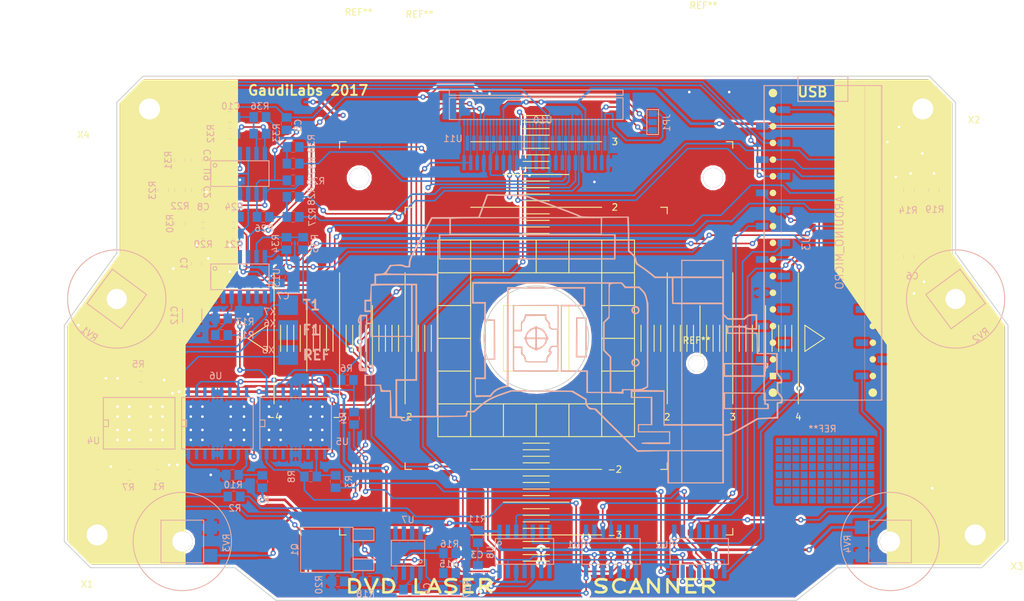
<source format=kicad_pcb>
(kicad_pcb (version 20240108) (generator "pcbnew") (generator_version "8.0")
  (layers (0 "F.Cu" signal) (31 "B.Cu" signal) (34 "B.Paste" user) (35 "F.Paste" user) (36 "B.SilkS" user "B.Silkscreen") (37 "F.SilkS" user "F.Silkscreen") (38 "B.Mask" user) (39 "F.Mask" user) (44 "Edge.Cuts" user))
  (net 0 "")
  (net 1 "VREF1")
  (net 2 "GND")
  (net 3 "VREF_DAC")
  (net 4 "Net-(R1-Pad1)")
  (net 5 "Net-(R1-Pad2)")
  (net 6 "Net-(R2-Pad1)")
  (net 7 "Net-(R2-Pad2)")
  (net 8 "Net-(R3-Pad1)")
  (net 9 "Net-(R3-Pad2)")
  (net 10 "Net-(R4-Pad1)")
  (net 11 "Net-(R4-Pad2)")
  (net 12 "Net-(R10-Pad1)")
  (net 13 "POT1")
  (net 14 "POT2")
  (net 15 "POT3")
  (net 16 "POT4")
  (net 17 "DAC_SCK")
  (net 18 "DAC_DI")
  (net 19 "DAC_LATCH")
  (net 20 "Net-(C4-Pad1)")
  (net 21 "Net-(C4-Pad2)")
  (net 22 "Net-(D1-Pad2)")
  (net 23 "Net-(D2-Pad2)")
  (net 24 "Net-(Q1-Pad1)")
  (net 25 "Net-(Q1-Pad3)")
  (net 26 "Net-(R14-Pad1)")
  (net 27 "Net-(R15-Pad2)")
  (net 28 "Net-(R12-Pad1)")
  (net 29 "DAC1CS")
  (net 30 "DAC2CS")
  (net 31 "DAC3CS")
  (net 32 "Net-(U10-Pad5)")
  (net 33 "Net-(U10-Pad11)")
  (net 34 "Net-(U10-Pad23)")
  (net 35 "Net-(U10-Pad25)")
  (net 36 "Net-(U10-Pad29)")
  (net 37 "Net-(U10-Pad31)")
  (net 38 "Net-(U10-Pad8)")
  (net 39 "Net-(U10-Pad12)")
  (net 40 "Net-(U10-Pad14)")
  (net 41 "Net-(U10-Pad20)")
  (net 42 "Net-(U10-Pad22)")
  (net 43 "Net-(U10-Pad24)")
  (net 44 "Net-(U10-Pad28)")
  (net 45 "Net-(U10-Pad30)")
  (net 46 "Net-(U10-Pad2)")
  (net 47 "Net-(SW1-Pad1)")
  (net 48 "Net-(JP1-Pad2)")
  (net 49 "PD_RF")
  (net 50 "Net-(C1-Pad2)")
  (net 51 "VREF")
  (net 52 "Net-(C2-Pad1)")
  (net 53 "PD_BD")
  (net 54 "Net-(C5-Pad1)")
  (net 55 "Net-(C8-Pad2)")
  (net 56 "PD_FE")
  (net 57 "Net-(C9-Pad1)")
  (net 58 "PD_AC")
  (net 59 "Net-(C10-Pad1)")
  (net 60 "RF1")
  (net 61 "RF2")
  (net 62 "F1+")
  (net 63 "T2+")
  (net 64 "T1+")
  (net 65 "F2+")
  (net 66 "VCC_BLUE")
  (net 67 "INTENSITY")
  (net 68 "Net-(R24-Pad1)")
  (net 69 "Net-(R26-Pad1)")
  (net 70 "B_SIG")
  (net 71 "D_SIG")
  (net 72 "Net-(R32-Pad1)")
  (net 73 "Net-(R34-Pad2)")
  (net 74 "OFFSET")
  (net 75 "Net-(R36-Pad1)")
  (net 76 "A_SIG")
  (net 77 "C_SIG")
  (net 78 "SEL2")
  (net 79 "SEL1")
  (net 80 "F-")
  (footprint "GaudiLabsFootPrints:MountingHoleM3" (layer "F.Cu") (at 28 110)
    (property "Reference" "X1")
    (property "Value" "MountPad3")
  )
  (footprint "GaudiLabsFootPrints:MountingHoleM3" (layer "F.Cu") (at 154 45)
    (property "Reference" "X2")
    (property "Value" "MountPad3")
  )
  (footprint "GaudiLabsFootPrints:MountingHoleM3" (layer "F.Cu") (at 162 110)
    (property "Reference" "X3")
    (property "Value" "MountPad3")
  )
  (footprint "GaudiLabsFootPrints:MountingHoleM3" (layer "F.Cu") (at 36 45)
    (property "Reference" "X4")
    (property "Value" "MountPad3")
  )
  (footprint "GaudiLabsFootPrints:0805G" (layer "F.Cu") (at 151.892 52.8066)
    (property "Reference" "D1")
    (property "Value" "LED")
  )
  (footprint "GaudiLabsFootPrints:0805G" (layer "F.Cu") (at 155.702 52.8066)
    (property "Reference" "D2")
    (property "Value" "LED")
  )
  (footprint "Mounting_Holes:MountingHole_3mm" (layer "F.Cu") (at 68 55.5)
    (property "Reference" "REF**")
    (property "Value" "MountingHole_3mm")
  )
  (footprint "Mounting_Holes:MountingHole_3mm" (layer "F.Cu") (at 122 55.5)
    (property "Reference" "REF**")
    (property "Value" "MountingHole_3mm")
  )
  (footprint "GaudiLabsLogos:MicroscopeyScale" (layer "F.Cu") (at 95 80)
    (property "Reference" "REF**")
    (property "Value" "MicroscopeyScale")
  )
  (footprint "GaudiLabsFootPrints:PUSH_BUTTON_SMD" (layer "F.Cu") (at 158 92)
    (property "Reference" "SW1")
    (property "Value" "BUT")
  )
  (footprint "Mounting_Holes:MountingHole_2-5mm" (layer "F.Cu") (at 119.5 83.82)
    (property "Reference" "REF**")
    (property "Value" "MountingHole_2-5mm")
  )
  (footprint "GaudiLabsFootPrints:CA6_VSMD" (layer "B.Cu") (at 31 74 143.5)
    (property "Reference" "RV1")
    (property "Value" "POT")
  )
  (footprint "GaudiLabsFootPrints:CA6_VSMD" (layer "B.Cu") (at 159 74 -143.5)
    (property "Reference" "RV2")
    (property "Value" "POT")
  )
  (footprint "GaudiLabsFootPrints:CA6_VSMD" (layer "B.Cu") (at 41 111 -90)
    (property "Reference" "RV3")
    (property "Value" "POT")
  )
  (footprint "GaudiLabsFootPrints:CA6_VSMD" (layer "B.Cu") (at 149 111 90)
    (property "Reference" "RV4")
    (property "Value" "POT")
  )
  (footprint "GaudiLabsFootPrints:SOIC-14_N" (layer "B.Cu") (at 106.426 112.522)
    (property "Reference" "U1")
    (property "Value" "MCP4922-E/SL")
  )
  (footprint "GaudiLabsFootPrints:SOIC-14_N" (layer "B.Cu") (at 119.888 112.522)
    (property "Reference" "U2")
    (property "Value" "MCP4922-E/SL")
  )
  (footprint "GaudiLabsFootPrints:ARDUINO_MICRO_SMD" (layer "B.Cu") (at 138.75 65.4304 90)
    (property "Reference" "U3")
    (property "Value" "ARDUINO_MICRO")
  )
  (footprint "GaudiLabsFootPrints:0805G" (layer "B.Cu") (at 86.106 115.57 180)
    (property "Reference" "C3")
    (property "Value" "100nF")
  )
  (footprint "GaudiLabsFootPrints:0805G" (layer "B.Cu") (at 37.211 100.838 -90)
    (property "Reference" "R1")
    (property "Value" "15k")
  )
  (footprint "GaudiLabsFootPrints:0805G" (layer "B.Cu") (at 48.895 104.14 -90)
    (property "Reference" "R2")
    (property "Value" "270k")
  )
  (footprint "GaudiLabsFootPrints:0805G" (layer "B.Cu") (at 64.389 101.854 180)
    (property "Reference" "R3")
    (property "Value" "15k")
  )
  (footprint "GaudiLabsFootPrints:0805G" (layer "B.Cu") (at 67.183 92.202 180)
    (property "Reference" "R4")
    (property "Value" "270k")
  )
  (footprint "GaudiLabsFootPrints:0805G" (layer "B.Cu") (at 34.671 85.852 -90)
    (property "Reference" "R5")
    (property "Value" "15k")
  )
  (footprint "GaudiLabsFootPrints:0805G" (layer "B.Cu") (at 66.167 86.36 -90)
    (property "Reference" "R6")
    (property "Value" "15k")
  )
  (footprint "GaudiLabsFootPrints:0805G" (layer "B.Cu") (at 32.893 100.838 -90)
    (property "Reference" "R7")
    (property "Value" "8.2k")
  )
  (footprint "GaudiLabsFootPrints:0805G" (layer "B.Cu") (at 60.579 101.092 -90)
    (property "Reference" "R8")
    (property "Value" "8.2k")
  )
  (footprint "GaudiLabsFootPrints:0805G" (layer "B.Cu") (at 53.213 101.854)
    (property "Reference" "R9")
    (property "Value" "4.7k")
  )
  (footprint "GaudiLabsFootPrints:0805G" (layer "B.Cu") (at 48.641 100.838 90)
    (property "Reference" "R10")
    (property "Value" "4.7k")
  )
  (footprint "GaudiLabsFootPrints:0805G" (layer "B.Cu") (at 86.106 110.236 180)
    (property "Reference" "R11")
    (property "Value" "100k")
  )
  (footprint "GaudiLabsFootPrints:0805G" (layer "B.Cu") (at 46.99 79.502 -90)
    (property "Reference" "R12")
    (property "Value" "4.7k")
  )
  (footprint "GaudiLabsFootPrints:0805G" (layer "B.Cu") (at 46.99 76.962 -90)
    (property "Reference" "R13")
    (property "Value" "3.3k")
  )
  (footprint "GaudiLabsFootPrints:0805G" (layer "B.Cu") (at 75.692 118.364 90)
    (property "Reference" "C4")
    (property "Value" "100n")
  )
  (footprint "TO_SOT_Packages_SMD:TO-252-2Lead" (layer "B.Cu") (at 68.58 112.268 -90)
    (property "Reference" "Q1")
    (property "Value" "Q_NMOS_GDS")
  )
  (footprint "GaudiLabsFootPrints:0805G" (layer "B.Cu") (at 151.892 57.3786)
    (property "Reference" "R14")
    (property "Value" "470")
  )
  (footprint "GaudiLabsFootPrints:0805G" (layer "B.Cu") (at 81.788 115.824 90)
    (property "Reference" "R15")
    (property "Value" "8.2k")
  )
  (footprint "GaudiLabsFootPrints:0805G" (layer "B.Cu") (at 81.788 112.776 -90)
    (property "Reference" "R16")
    (property "Value" "1.8k")
  )
  (footprint "GaudiLabsFootPrints:0805G" (layer "B.Cu") (at 81.788 118.364 90)
    (property "Reference" "R17")
    (property "Value" "100")
  )
  (footprint "GaudiLabsFootPrints:0805G" (layer "B.Cu") (at 69.596 117.094 -90)
    (property "Reference" "R18")
    (property "Value" "10k")
  )
  (footprint "GaudiLabsFootPrints:0805G" (layer "B.Cu") (at 155.702 57.3786)
    (property "Reference" "R19")
    (property "Value" "470")
  )
  (footprint "GaudiLabsFootPrints:0805G" (layer "B.Cu") (at 64.77 117.094 -90)
    (property "Reference" "R20")
    (property "Value" "10")
  )
  (footprint "GaudiLabsFootPrints:SOIC-08_N" (layer "B.Cu") (at 75.438 112.776 180)
    (property "Reference" "U7")
    (property "Value" "MCP6002")
  )
  (footprint "GaudiLabsFootPrints:SOIC-14_N" (layer "B.Cu") (at 93.218 112.522)
    (property "Reference" "U8")
    (property "Value" "MCP4922-E/SL")
  )
  (footprint "GaudiLabsFootPrints:0805G" (layer "B.Cu") (at 48.768 64.008 90)
    (property "Reference" "R21")
    (property "Value" "39k")
  )
  (footprint "GaudiLabsFootPrints:SO-16-W" (layer "B.Cu") (at 34.417 92.964)
    (property "Reference" "U4")
    (property "Value" "TCA0372_DWG")
  )
  (footprint "GaudiLabsFootPrints:SO-16-W" (layer "B.Cu") (at 58.293 92.964)
    (property "Reference" "U5")
    (property "Value" "TCA0372_DWG")
  )
  (footprint "GaudiLabsFootPrints:SO-16-W" (layer "B.Cu") (at 46.355 92.964)
    (property "Reference" "U6")
    (property "Value" "TCA0372_DWG")
  )
  (footprint "GaudiLabsFootPrints:Pads" (layer "B.Cu") (at 95 53.2038)
    (property "Reference" "U10")
    (property "Value" "Con45")
  )
  (footprint "GaudiLabsFootPrints:FFC_05_45" (layer "B.Cu") (at 95 46.609)
    (property "Reference" "U11")
    (property "Value" "Con45")
  )
  (footprint "Connect:GS3" (layer "B.Cu") (at 112.776 46.99)
    (property "Reference" "JP1")
    (property "Value" "Jumper_NC_Dual")
  )
  (footprint "GaudiLabsLogos:PHR-803T" (layer "B.Cu") (at 95 80 -90)
    (property "Reference" "G***" (hide yes))
    (property "Value" "LOGO" (hide yes))
  )
  (footprint "GaudiLabsFootPrints:0805G" (layer "B.Cu") (at 151.892 67.564)
    (property "Reference" "C6")
    (property "Value" "100n")
  )
  (footprint "GaudiLabsFootPrints:0805G" (layer "B.Cu") (at 55.88 70.612)
    (property "Reference" "C7")
    (property "Value" "100n")
  )
  (footprint "GaudiLabsFootPrints:PAD_SMD_3mm" (layer "B.Cu") (at 57.15 82.55)
    (property "Reference" "X5")
    (property "Value" "PAD")
  )
  (footprint "GaudiLabsFootPrints:PAD_SMD_3mm" (layer "B.Cu") (at 57.15 78.74)
    (property "Reference" "X6")
    (property "Value" "PAD")
  )
  (footprint "GaudiLabsFootPrints:PAD_SMD_3mm" (layer "B.Cu") (at 57.15 74.93)
    (property "Reference" "X7")
    (property "Value" "PAD")
  )
  (footprint "GaudiLabsFootPrints:0805G" (layer "B.Cu") (at 43.18 68.58)
    (property "Reference" "C1")
    (property "Value" "22pF")
  )
  (footprint "GaudiLabsFootPrints:0805G" (layer "B.Cu") (at 43.18 57.404 180)
    (property "Reference" "C2")
    (property "Value" "39pF")
  )
  (footprint "GaudiLabsFootPrints:0805G" (layer "B.Cu") (at 56.896 47.244)
    (property "Reference" "C5")
    (property "Value" "10pF")
  )
  (footprint "GaudiLabsFootPrints:0805G" (layer "B.Cu") (at 44.196 61.468 -90)
    (property "Reference" "C8")
    (property "Value" "22pF")
  )
  (footprint "GaudiLabsFootPrints:0805G" (layer "B.Cu") (at 43.18 52.832)
    (property "Reference" "C9")
    (property "Value" "39pF")
  )
  (footprint "GaudiLabsFootPrints:0805G" (layer "B.Cu") (at 48.26 46.228 90)
    (property "Reference" "C10")
    (property "Value" "10pF")
  )
  (footprint "GaudiLabsFootPrints:0805G" (layer "B.Cu") (at 40.64 57.404 180)
    (property "Reference" "R22")
    (property "Value" "10k")
  )
  (footprint "GaudiLabsFootPrints:0805G" (layer "B.Cu") (at 38.1 57.404)
    (property "Reference" "R23")
    (property "Value" "180k")
  )
  (footprint "GaudiLabsFootPrints:0805G" (layer "B.Cu") (at 48.768 61.468 90)
    (property "Reference" "R24")
    (property "Value" "68k")
  )
  (footprint "GaudiLabsFootPrints:0805G" (layer "B.Cu") (at 57.912 55.88 -90)
    (property "Reference" "R25")
    (property "Value" "18k")
  )
  (footprint "GaudiLabsFootPrints:0805G" (layer "B.Cu") (at 53.34 61.468 90)
    (property "Reference" "R26")
    (property "Value" "56k")
  )
  (footprint "GaudiLabsFootPrints:0805G" (layer "B.Cu") (at 57.912 61.468 90)
    (property "Reference" "R27")
    (property "Value" "1.2k")
  )
  (footprint "GaudiLabsFootPrints:0805G" (layer "B.Cu") (at 57.912 58.42 90)
    (property "Reference" "R28")
    (property "Value" "1.2k")
  )
  (footprint "GaudiLabsFootPrints:0805G" (layer "B.Cu") (at 44.196 64.008 -90)
    (property "Reference" "R29")
    (property "Value" "39k")
  )
  (footprint "GaudiLabsFootPrints:0805G" (layer "B.Cu") (at 40.64 62.484 180)
    (property "Reference" "R30")
    (property "Value" "10k")
  )
  (footprint "GaudiLabsFootPrints:0805G" (layer "B.Cu") (at 40.64 52.832)
    (property "Reference" "R31")
    (property "Value" "180k")
  )
  (footprint "GaudiLabsFootPrints:0805G" (layer "B.Cu") (at 48.26 48.768 90)
    (property "Reference" "R32")
    (property "Value" "68k")
  )
  (footprint "GaudiLabsFootPrints:0805G" (layer "B.Cu") (at 52.832 48.768 -90)
    (property "Reference" "R33")
    (property "Value" "18k")
  )
  (footprint "GaudiLabsFootPrints:0805G" (layer "B.Cu") (at 56.896 65.532)
    (property "Reference" "R34")
    (property "Value" "560k")
  )
  (footprint "GaudiLabsFootPrints:0805G" (layer "B.Cu") (at 59.436 65.532 180)
    (property "Reference" "R35")
    (property "Value" "2.7k")
  )
  (footprint "GaudiLabsFootPrints:0805G" (layer "B.Cu") (at 52.832 46.228 90)
    (property "Reference" "R36")
    (property "Value" "56k")
  )
  (footprint "GaudiLabsFootPrints:0805G" (layer "B.Cu") (at 57.912 53.34 90)
    (property "Reference" "R37")
    (property "Value" "1.2k")
  )
  (footprint "GaudiLabsFootPrints:0805G" (layer "B.Cu") (at 57.912 50.8 90)
    (property "Reference" "R38")
    (property "Value" "1.2k")
  )
  (footprint "GaudiLabsFootPrints:SOIC-14_N" (layer "B.Cu") (at 49.784 54.864)
    (property "Reference" "U9")
    (property "Value" "TLC2274")
  )
  (footprint "GaudiLabsFootPrints:SOIC-14_N" (layer "B.Cu") (at 49.784 70.612)
    (property "Reference" "U13")
    (property "Value" "TLC2274")
  )
  (footprint "GaudiLabsFootPrints:SMD_Array" (layer "B.Cu") (at 138.43 99.568)
    (property "Reference" "REF**")
    (property "Value" "SMD_Array")
  )
  (footprint "Capacitors_SMD:C_1210_HandSoldering" (layer "B.Cu") (at 42.5 76.5 -90)
    (property "Reference" "C12")
    (property "Value" "100nF")
  )
  (gr_line (start 31 44) (end 31 67) (stroke (width 0.15)) (layer "Edge.Cuts"))
  (gr_line (start 167 78) (end 167 111) (stroke (width 0.15)) (layer "Edge.Cuts"))
  (gr_line (start 159 44) (end 155 40) (stroke (width 0.15)) (layer "Edge.Cuts"))
  (gr_line (start 27 115) (end 49 115) (stroke (width 0.15)) (layer "Edge.Cuts"))
  (gr_line (start 167 111) (end 163 115) (stroke (width 0.15)) (layer "Edge.Cuts"))
  (gr_line (start 134.7 120) (end 55.3 120) (stroke (width 0.15)) (layer "Edge.Cuts"))
  (gr_line (start 23 78) (end 23 111) (stroke (width 0.15)) (layer "Edge.Cuts"))
  (gr_line (start 159 44) (end 159 67) (stroke (width 0.15)) (layer "Edge.Cuts"))
  (gr_line (start 35 40) (end 155 40) (stroke (width 0.15)) (layer "Edge.Cuts"))
  (gr_line (start 141 115) (end 134.7 120) (stroke (width 0.15)) (layer "Edge.Cuts"))
  (gr_line (start 31 44) (end 35 40) (stroke (width 0.15)) (layer "Edge.Cuts"))
  (gr_line (start 31 67) (end 23 78) (stroke (width 0.15)) (layer "Edge.Cuts"))
  (gr_line (start 159 67) (end 167 78) (stroke (width 0.15)) (layer "Edge.Cuts"))
  (gr_circle (center 95 80) (end 103 80) (stroke (width 0.15)) (fill none) (layer "Edge.Cuts"))
  (gr_line (start 23 111) (end 27 115) (stroke (width 0.15)) (layer "Edge.Cuts"))
  (gr_line (start 163 115) (end 141 115) (stroke (width 0.15)) (layer "Edge.Cuts"))
  (gr_line (start 49 115) (end 55.3 120) (stroke (width 0.15)) (layer "Edge.Cuts"))
  (gr_text "T1" (at 60.706 74.93 0) (layer "B.SilkS") (effects (font (size 1.5 1.5) (thickness 0.3))))
  (gr_text "F1" (at 60.706 78.74 0) (layer "B.SilkS") (effects (font (size 1.5 1.5) (thickness 0.3))))
  (gr_text "REF" (at 61.468 82.55 0) (layer "B.SilkS") (effects (font (size 1.5 1.5) (thickness 0.3))))
  (gr_text "USB" (at 137.16 42.418 0) (layer "F.SilkS") (effects (font (size 1.5 1.5) (thickness 0.3))))
  (gr_text "GaudiLabs 2017" (at 60.198 42.164 0) (layer "F.SilkS") (effects (font (size 1.5 1.5) (thickness 0.3))))
  (gr_text "DVD LASER       SCANNER" (at 94.234 117.856 0) (layer "F.SilkS") (effects (font (size 2 2.8) (thickness 0.4))))
  (segment (start 60.96 43.942) (end 62.23 43.942) (width 0.4) (layer "F.Cu") (net 0))
  (segment (start 62.23 43.942) (end 64.262 45.974) (width 0.4) (layer "F.Cu") (net 0))
  (segment (start 64.262 45.974) (end 65.532 45.974) (width 0.4) (layer "F.Cu") (net 0))
  (via (at 65.532 45.974) (size 0.8) (drill 0.4) (layers "F.Cu" "B.Cu") (net 0))
  (via (at 60.96 43.942) (size 0.8) (drill 0.4) (layers "F.Cu" "B.Cu") (net 0))
  (segment (start 59.69 43.942) (end 60.96 43.942) (width 0.4) (layer "B.Cu") (net 0))
  (segment (start 40.259 99.06) (end 40.259 98.552) (width 0.25) (layer "F.Cu") (net 1))
  (segment (start 40.259 98.552) (end 40.259 89.154) (width 0.25) (layer "F.Cu") (net 1))
  (segment (start 40.259 89.154) (end 39.497 88.392) (width 0.25) (layer "F.Cu") (net 1))
  (segment (start 40.259 99.314) (end 40.259 99.06) (width 0.25) (layer "F.Cu") (net 1))
  (via (at 39.497 88.392) (size 0.8) (drill 0.4) (layers "F.Cu" "B.Cu") (net 1))
  (via (at 40.259 99.314) (size 0.8) (drill 0.4) (layers "F.Cu" "B.Cu") (net 1))
  (segment (start 41.91 98.679) (end 42.545 99.314) (width 0.25) (layer "B.Cu") (net 1))
  (segment (start 42.545 99.314) (end 48.895 99.314) (width 0.25) (layer "B.Cu") (net 1))
  (segment (start 48.895 99.314) (end 49.53 98.679) (width 0.25) (layer "B.Cu") (net 1))
  (segment (start 49.53 98.679) (end 49.53 97.654) (width 0.25) (layer "B.Cu") (net 1))
  (segment (start 39.497 88.392) (end 39.379 88.274) (width 0.25) (layer "B.Cu") (net 1))
  (segment (start 39.379 88.274) (end 38.862 88.274) (width 0.25) (layer "B.Cu") (net 1))
  (segment (start 41.774 97.79) (end 41.91 97.654) (width 0.25) (layer "B.Cu") (net 1))
  (segment (start 38.998 97.79) (end 38.862 97.654) (width 0.25) (layer "B.Cu") (net 1))
  (segment (start 38.862 88.274) (end 38.862 86.995) (width 0.25) (layer "B.Cu") (net 1))
  (segment (start 40.259 97.79) (end 39.751 97.79) (width 0.25) (layer "B.Cu") (net 1))
  (segment (start 39.243 86.995) (end 43.434 82.804) (width 0.25) (layer "B.Cu") (net 1))
  (segment (start 43.434 82.804) (end 56.896 82.804) (width 0.25) (layer "B.Cu") (net 1))
  (segment (start 56.896 82.804) (end 57.15 82.55) (width 0.25) (layer "B.Cu") (net 1))
  (segment (start 41.91 97.654) (end 41.91 98.679) (width 0.25) (layer "B.Cu") (net 1))
  (segment (start 40.259 97.79) (end 40.259 99.314) (width 0.25) (layer "B.Cu") (net 1))
  (segment (start 41.774 97.79) (end 40.259 97.79) (width 0.25) (layer "B.Cu") (net 1))
  (segment (start 39.751 97.79) (end 38.998 97.79) (width 0.25) (layer "B.Cu") (net 1))
  (segment (start 38.862 88.274) (end 38.862 87.757) (width 0.25) (layer "B.Cu") (net 1))
  (segment (start 38.862 86.995) (end 39.243 86.995) (width 0.25) (layer "B.Cu") (net 1))
  (segment (start 153.99 51.8566) (end 153.924 51.7906) (width 0.25) (layer "F.Cu") (net 2))
  (segment (start 60.579 90.424) (end 62.357 90.424) (width 0.25) (layer "F.Cu") (net 2))
  (segment (start 62.357 91.948) (end 60.579 91.948) (width 0.25) (layer "F.Cu") (net 2))
  (segment (start 60.579 93.98) (end 62.357 93.98) (width 0.25) (layer "F.Cu") (net 2))
  (segment (start 62.357 95.504) (end 60.579 95.504) (width 0.25) (layer "F.Cu") (net 2))
  (segment (start 56.007 90.424) (end 54.229 90.424) (width 0.25) (layer "F.Cu") (net 2))
  (segment (start 54.229 91.948) (end 56.007 91.948) (width 0.25) (layer "F.Cu") (net 2))
  (segment (start 56.007 93.98) (end 55.753 94.234) (width 0.25) (layer "F.Cu") (net 2))
  (segment (start 55.753 94.234) (end 54.229 93.98) (width 0.25) (layer "F.Cu") (net 2))
  (segment (start 54.229 95.504) (end 56.007 95.504) (width 0.25) (layer "F.Cu") (net 2))
  (segment (start 48.387 95.504) (end 50.419 95.504) (width 0.25) (layer "F.Cu") (net 2))
  (segment (start 50.419 93.98) (end 48.387 93.98) (width 0.25) (layer "F.Cu") (net 2))
  (segment (start 48.387 91.948) (end 50.419 91.948) (width 0.25) (layer "F.Cu") (net 2))
  (segment (start 50.419 90.424) (end 48.387 90.424) (width 0.25) (layer "F.Cu") (net 2))
  (segment (start 44.069 90.424) (end 42.291 90.424) (width 0.25) (layer "F.Cu") (net 2))
  (segment (start 42.291 91.948) (end 44.069 91.948) (width 0.25) (layer "F.Cu") (net 2))
  (segment (start 44.069 93.98) (end 42.291 93.98) (width 0.25) (layer "F.Cu") (net 2))
  (segment (start 42.291 95.504) (end 44.069 95.504) (width 0.25) (layer "F.Cu") (net 2))
  (segment (start 36.195 90.424) (end 37.973 90.424) (width 0.25) (layer "F.Cu") (net 2))
  (segment (start 37.973 91.948) (end 36.195 91.948) (width 0.25) (layer "F.Cu") (net 2))
  (segment (start 36.195 93.98) (end 37.973 93.98) (width 0.25) (layer "F.Cu") (net 2))
  (segment (start 37.973 95.504) (end 36.195 95.504) (width 0.25) (layer "F.Cu") (net 2))
  (segment (start 32.893 90.424) (end 31.115 90.424) (width 0.25) (layer "F.Cu") (net 2))
  (segment (start 31.115 91.948) (end 32.893 91.948) (width 0.25) (layer "F.Cu") (net 2))
  (segment (start 32.893 93.98) (end 31.115 93.98) (width 0.25) (layer "F.Cu") (net 2))
  (segment (start 31.115 95.504) (end 32.893 95.504) (width 0.25) (layer "F.Cu") (net 2))
  (segment (start 72.39 116.84) (end 72.39 118.618) (width 0.25) (layer "F.Cu") (net 2))
  (segment (start 72.39 118.618) (end 70.866 118.618) (width 0.25) (layer "F.Cu") (net 2))
  (segment (start 93.98 55.118) (end 94.234 55.372) (width 0.4) (layer "F.Cu") (net 2))
  (segment (start 94.234 55.372) (end 103.124 55.372) (width 0.4) (layer "F.Cu") (net 2))
  (segment (start 103.124 55.372) (end 103.886 56.134) (width 0.4) (layer "F.Cu") (net 2))
  (segment (start 153.924 50.292) (end 151.13 47.498) (width 0.25) (layer "F.Cu") (net 2))
  (segment (start 151.13 47.498) (end 151.13 46.99) (width 0.25) (layer "F.Cu") (net 2))
  (segment (start 151.13 46.99) (end 148.336 44.196) (width 0.25) (layer "F.Cu") (net 2))
  (segment (start 148.336 44.196) (end 139.192 44.196) (width 0.25) (layer "F.Cu") (net 2))
  (segment (start 139.192 44.196) (end 136.144 41.148) (width 0.25) (layer "F.Cu") (net 2))
  (segment (start 136.144 41.148) (end 127.762 41.148) (width 0.25) (layer "F.Cu") (net 2))
  (segment (start 127.762 41.148) (end 127.254 41.656) (width 0.25) (layer "F.Cu") (net 2))
  (segment (start 125.222 41.656) (end 124.46 42.418) (width 0.4) (layer "F.Cu") (net 2))
  (segment (start 117.856 42.418) (end 117.602 42.164) (width 0.4) (layer "F.Cu") (net 2))
  (segment (start 117.602 42.164) (end 97.536 42.164) (width 0.4) (layer "F.Cu") (net 2))
  (segment (start 88.392 42.164) (end 87.884 42.672) (width 0.4) (layer "F.Cu") (net 2))
  (segment (start 127.254 41.656) (end 125.222 41.656) (width 0.4) (layer "F.Cu") (net 2))
  (segment (start 153.924 51.7906) (end 153.924 50.292) (width 0.25) (layer "F.Cu") (net 2))
  (segment (start 152.146 51.8566) (end 155.702 51.8566) (width 0.25) (layer "F.Cu") (net 2))
  (segment (start 118.364 42.418) (end 124.46 42.418) (width 0.4) (layer "F.Cu") (net 2))
  (segment (start 118.364 42.418) (end 117.856 42.418) (width 0.4) (layer "F.Cu") (net 2))
  (segment (start 153.99 51.8566) (end 155.702 51.8566) (width 0.25) (layer "F.Cu") (net 2))
  (segment (start 97.536 42.164) (end 88.392 42.164) (width 0.4) (layer "F.Cu") (net 2))
  (via (at 36.195 91.948) (size 0.8) (drill 0.4) (layers "F.Cu" "B.Cu") (net 2))
  (via (at 42.291 90.424) (size 0.8) (drill 0.4) (layers "F.Cu" "B.Cu") (net 2))
  (via (at 60.579 90.424) (size 0.8) (drill 0.4) (layers "F.Cu" "B.Cu") (net 2))
  (via (at 44.069 90.424) (size 0.8) (drill 0.4) (layers "F.Cu" "B.Cu") (net 2))
  (via (at 72.39 116.84) (size 0.8) (drill 0.4) (layers "F.Cu" "B.Cu") (net 2))
  (via (at 48.387 95.504) (size 0.8) (drill 0.4) (layers "F.Cu" "B.Cu") (net 2))
  (via (at 36.195 95.504) (size 0.8) (drill 0.4) (layers "F.Cu" "B.Cu") (net 2))
  (via (at 62.357 93.98) (size 0.8) (drill 0.4) (layers "F.Cu" "B.Cu") (net 2))
  (via (at 56.007 90.424) (size 0.8) (drill 0.4) (layers "F.Cu" "B.Cu") (net 2))
  (via (at 48.387 90.424) (size 0.8) (drill 0.4) (layers "F.Cu" "B.Cu") (net 2))
  (via (at 32.893 90.424) (size 0.8) (drill 0.4) (layers "F.Cu" "B.Cu") (net 2))
  (via (at 60.579 93.98) (size 0.8) (drill 0.4) (layers "F.Cu" "B.Cu") (net 2))
  (via (at 62.357 95.504) (size 0.8) (drill 0.4) (layers "F.Cu" "B.Cu") (net 2))
  (via (at 118.364 42.418) (size 0.8) (drill 0.4) (layers "F.Cu" "B.Cu") (net 2))
  (via (at 60.579 95.504) (size 0.8) (drill 0.4) (layers "F.Cu" "B.Cu") (net 2))
  (via (at 32.893 91.948) (size 0.8) (drill 0.4) (layers "F.Cu" "B.Cu") (net 2))
  (via (at 45.339 100.838) (size 0.8) (drill 0.4) (layers "F.Cu" "B.Cu") (net 2))
  (via (at 37.973 91.948) (size 0.8) (drill 0.4) (layers "F.Cu" "B.Cu") (net 2))
  (via (at 153.924 51.7906) (size 0.8) (drill 0.4) (layers "F.Cu" "B.Cu") (net 2))
  (via (at 42.291 93.98) (size 0.8) (drill 0.4) (layers "F.Cu" "B.Cu") (net 2))
  (via (at 48.387 91.948) (size 0.8) (drill 0.4) (layers "F.Cu" "B.Cu") (net 2))
  (via (at 31.115 93.98) (size 0.8) (drill 0.4) (layers "F.Cu" "B.Cu") (net 2))
  (via (at 36.195 90.424) (size 0.8) (drill 0.4) (layers "F.Cu" "B.Cu") (net 2))
  (via (at 44.069 91.948) (size 0.8) (drill 0.4) (layers "F.Cu" "B.Cu") (net 2))
  (via (at 37.973 93.98) (size 0.8) (drill 0.4) (layers "F.Cu" "B.Cu") (net 2))
  (via (at 56.007 91.948) (size 0.8) (drill 0.4) (layers "F.Cu" "B.Cu") (net 2))
  (via (at 54.229 90.424) (size 0.8) (drill 0.4) (layers "F.Cu" "B.Cu") (net 2))
  (via (at 50.419 90.424) (size 0.8) (drill 0.4) (layers "F.Cu" "B.Cu") (net 2))
  (via (at 37.973 95.504) (size 0.8) (drill 0.4) (layers "F.Cu" "B.Cu") (net 2))
  (via (at 70.866 118.618) (size 0.8) (drill 0.4) (layers "F.Cu" "B.Cu") (net 2))
  (via (at 56.007 95.504) (size 0.8) (drill 0.4) (layers "F.Cu" "B.Cu") (net 2))
  (via (at 42.291 91.948) (size 0.8) (drill 0.4) (layers "F.Cu" "B.Cu") (net 2))
  (via (at 50.419 93.98) (size 0.8) (drill 0.4) (layers "F.Cu" "B.Cu") (net 2))
  (via (at 32.893 93.98) (size 0.8) (drill 0.4) (layers "F.Cu" "B.Cu") (net 2))
  (via (at 87.884 42.672) (size 0.8) (drill 0.4) (layers "F.Cu" "B.Cu") (net 2))
  (via (at 105.283 118.11) (size 0.8) (drill 0.4) (layers "F.Cu" "B.Cu") (net 2))
  (via (at 31.115 90.424) (size 0.8) (drill 0.4) (layers "F.Cu" "B.Cu") (net 2))
  (via (at 54.229 93.98) (size 0.8) (drill 0.4) (layers "F.Cu" "B.Cu") (net 2))
  (via (at 60.579 91.948) (size 0.8) (drill 0.4) (layers "F.Cu" "B.Cu") (net 2))
  (via (at 31.115 91.948) (size 0.8) (drill 0.4) (layers "F.Cu" "B.Cu") (net 2))
  (via (at 32.893 95.504) (size 0.8) (drill 0.4) (layers "F.Cu" "B.Cu") (net 2))
  (via (at 62.357 90.424) (size 0.8) (drill 0.4) (layers "F.Cu" "B.Cu") (net 2))
  (via (at 56.007 93.98) (size 0.8) (drill 0.4) (layers "F.Cu" "B.Cu") (net 2))
  (via (at 31.115 95.504) (size 0.8) (drill 0.4) (layers "F.Cu" "B.Cu") (net 2))
  (via (at 124.46 42.418) (size 0.8) (drill 0.4) (layers "F.Cu" "B.Cu") (net 2))
  (via (at 36.195 93.98) (size 0.8) (drill 0.4) (layers "F.Cu" "B.Cu") (net 2))
  (via (at 42.291 95.504) (size 0.8) (drill 0.4) (layers "F.Cu" "B.Cu") (net 2))
  (via (at 37.973 90.424) (size 0.8) (drill 0.4) (layers "F.Cu" "B.Cu") (net 2))
  (via (at 50.419 91.948) (size 0.8) (drill 0.4) (layers "F.Cu" "B.Cu") (net 2))
  (via (at 103.886 56.134) (size 0.8) (drill 0.4) (layers "F.Cu" "B.Cu") (net 2))
  (via (at 54.229 95.504) (size 0.8) (drill 0.4) (layers "F.Cu" "B.Cu") (net 2))
  (via (at 51.054 76.327) (size 0.8) (drill 0.4) (layers "F.Cu" "B.Cu") (net 2))
  (via (at 93.98 55.118) (size 0.8) (drill 0.4) (layers "F.Cu" "B.Cu") (net 2))
  (via (at 50.419 95.504) (size 0.8) (drill 0.4) (layers "F.Cu" "B.Cu") (net 2))
  (via (at 54.229 91.948) (size 0.8) (drill 0.4) (layers "F.Cu" "B.Cu") (net 2))
  (via (at 48.387 93.98) (size 0.8) (drill 0.4) (layers "F.Cu" "B.Cu") (net 2))
  (via (at 62.357 91.948) (size 0.8) (drill 0.4) (layers "F.Cu" "B.Cu") (net 2))
  (via (at 44.069 95.504) (size 0.8) (drill 0.4) (layers "F.Cu" "B.Cu") (net 2))
  (via (at 44.069 93.98) (size 0.8) (drill 0.4) (layers "F.Cu" "B.Cu") (net 2))
  (via (at 49.784 55.8165) (size 0.8) (drill 0.4) (layers "F.Cu" "B.Cu") (net 2))
  (segment (start 105.156 117.983) (end 105.283 118.11) (width 0.25) (layer "B.Cu") (net 2))
  (segment (start 57.658 92.456) (end 57.658 90.424) (width 0.25) (layer "B.Cu") (net 2))
  (segment (start 47.117 92.456) (end 46.99 92.329) (width 0.25) (layer "B.Cu") (net 2))
  (segment (start 46.99 92.329) (end 46.99 88.274) (width 0.25) (layer "B.Cu") (net 2))
  (segment (start 46.99 92.583) (end 47.117 92.456) (width 0.25) (layer "B.Cu") (net 2))
  (segment (start 58.928 92.456) (end 58.928 97.654) (width 0.25) (layer "B.Cu") (net 2))
  (segment (start 57.531 92.456) (end 47.117 92.456) (width 0.25) (layer "B.Cu") (net 2))
  (segment (start 45.72 92.583) (end 45.593 92.71) (width 0.25) (layer "B.Cu") (net 2))
  (segment (start 35.306 92.583) (end 35.179 92.456) (width 0.25) (layer "B.Cu") (net 2))
  (segment (start 35.052 92.329) (end 35.052 90.424) (width 0.25) (layer "B.Cu") (net 2))
  (segment (start 35.179 92.456) (end 35.052 92.329) (width 0.25) (layer "B.Cu") (net 2))
  (segment (start 33.909 92.456) (end 33.782 92.329) (width 0.25) (layer "B.Cu") (net 2))
  (segment (start 33.782 92.329) (end 33.782 90.424) (width 0.25) (layer "B.Cu") (net 2))
  (segment (start 33.909 97.527) (end 33.782 97.654) (width 0.25) (layer "B.Cu") (net 2))
  (segment (start 35.179 97.527) (end 35.052 97.654) (width 0.25) (layer "B.Cu") (net 2))
  (segment (start 58.928 90.424) (end 58.928 92.456) (width 0.25) (layer "B.Cu") (net 2))
  (segment (start 62.357 90.424) (end 62.357 91.948) (width 0.25) (layer "B.Cu") (net 2))
  (segment (start 60.579 91.948) (end 60.579 93.98) (width 0.25) (layer "B.Cu") (net 2))
  (segment (start 62.357 93.98) (end 62.357 95.504) (width 0.25) (layer "B.Cu") (net 2))
  (segment (start 60.579 95.504) (end 58.928 95.25) (width 0.25) (layer "B.Cu") (net 2))
  (segment (start 58.928 95.25) (end 59.055 95.25) (width 0.25) (layer "B.Cu") (net 2))
  (segment (start 57.658 90.424) (end 57.658 88.274) (width 0.25) (layer "B.Cu") (net 2))
  (segment (start 54.229 90.424) (end 54.229 91.948) (width 0.25) (layer "B.Cu") (net 2))
  (segment (start 56.007 91.948) (end 56.007 93.98) (width 0.25) (layer "B.Cu") (net 2))
  (segment (start 54.229 93.98) (end 54.229 95.504) (width 0.25) (layer "B.Cu") (net 2))
  (segment (start 46.99 95.504) (end 46.99 92.583) (width 0.25) (layer "B.Cu") (net 2))
  (segment (start 50.419 95.504) (end 50.419 93.98) (width 0.25) (layer "B.Cu") (net 2))
  (segment (start 48.387 93.98) (end 48.387 91.948) (width 0.25) (layer "B.Cu") (net 2))
  (segment (start 50.419 91.948) (end 50.419 90.424) (width 0.25) (layer "B.Cu") (net 2))
  (segment (start 45.72 90.424) (end 45.72 97.654) (width 0.25) (layer "B.Cu") (net 2))
  (segment (start 42.291 90.424) (end 42.291 91.948) (width 0.25) (layer "B.Cu") (net 2))
  (segment (start 44.069 91.948) (end 44.069 93.98) (width 0.25) (layer "B.Cu") (net 2))
  (segment (start 42.291 93.98) (end 42.291 95.504) (width 0.25) (layer "B.Cu") (net 2))
  (segment (start 35.052 90.424) (end 35.052 88.274) (width 0.25) (layer "B.Cu") (net 2))
  (segment (start 37.973 90.424) (end 37.973 91.948) (width 0.25) (layer "B.Cu") (net 2))
  (segment (start 36.195 91.948) (end 36.195 93.98) (width 0.25) (layer "B.Cu") (net 2))
  (segment (start 37.973 93.98) (end 37.973 95.504) (width 0.25) (layer "B.Cu") (net 2))
  (segment (start 33.782 90.424) (end 33.782 88.274) (width 0.25) (layer "B.Cu") (net 2))
  (segment (start 31.115 90.424) (end 31.115 91.948) (width 0.25) (layer "B.Cu") (net 2))
  (segment (start 32.893 91.948) (end 32.893 93.98) (width 0.25) (layer "B.Cu") (net 2))
  (segment (start 31.115 93.98) (end 31.115 95.504) (width 0.25) (layer "B.Cu") (net 2))
  (segment (start 73.3806 115.8494) (end 72.39 116.84) (width 0.25) (layer "B.Cu") (net 2))
  (segment (start 49.784 57.9374) (end 49.784 56.134) (width 0.25) (layer "B.Cu") (net 2))
  (segment (start 100.5 45.804) (end 100.584 45.72) (width 0.25) (layer "B.Cu") (net 2))
  (segment (start 100.584 45.72) (end 100.838 45.72) (width 0.25) (layer "B.Cu") (net 2))
  (segment (start 101.854 45.72) (end 102 45.866) (width 0.25) (layer "B.Cu") (net 2))
  (segment (start 102 45.866) (end 102 46.959) (width 0.25) (layer "B.Cu") (net 2))
  (segment (start 100.838 45.72) (end 101.854 45.72) (width 0.25) (layer "B.Cu") (net 2))
  (segment (start 97.028 45.72) (end 97 45.748) (width 0.25) (layer "B.Cu") (net 2))
  (segment (start 97 45.748) (end 97 46.959) (width 0.25) (layer "B.Cu") (net 2))
  (segment (start 102 54.502) (end 102.87 55.372) (width 0.4) (layer "B.Cu") (net 2))
  (segment (start 94 55.098) (end 93.98 55.118) (width 0.4) (layer "B.Cu") (net 2))
  (segment (start 87 46.096) (end 87.63 45.466) (width 0.25) (layer "B.Cu") (net 2))
  (segment (start 87.884 42.672) (end 87.63 42.926) (width 0.4) (layer "B.Cu") (net 2))
  (segment (start 87.63 42.926) (end 87.63 45.466) (width 0.4) (layer "B.Cu") (net 2))
  (segment (start 87 53.2038) (end 87 46.959) (width 0.152) (layer "B.Cu") (net 2))
  (segment (start 92 53.2038) (end 93 53.2038) (width 0.25) (layer "B.Cu") (net 2))
  (segment (start 94 46.959) (end 94 53.2038) (width 0.152) (layer "B.Cu") (net 2))
  (segment (start 49.784 73.6854) (end 49.784 75.057) (width 0.25) (layer "B.Cu") (net 2))
  (segment (start 58.928 88.274) (end 58.928 90.424) (width 0.25) (layer "B.Cu") (net 2))
  (segment (start 105.156 115.5954) (end 105.156 117.983) (width 0.25) (layer "B.Cu") (net 2))
  (segment (start 33.909 92.456) (end 33.909 97.527) (width 0.25) (layer "B.Cu") (net 2))
  (segment (start 92 46.959) (end 92 53.2038) (width 0.152) (layer "B.Cu") (net 2))
  (segment (start 94 53.2038) (end 94 55.098) (width 0.4) (layer "B.Cu") (net 2))
  (segment (start 35.179 92.456) (end 33.909 92.456) (width 0.25) (layer "B.Cu") (net 2))
  (segment (start 57.658 97.654) (end 57.658 92.456) (width 0.25) (layer "B.Cu") (net 2))
  (segment (start 55.88 69.662) (end 56.3905 69.662) (width 0.25) (layer "B.Cu") (net 2))
  (segment (start 35.179 92.456) (end 35.179 97.527) (width 0.25) (layer "B.Cu") (net 2))
  (segment (start 33.782 90.424) (end 32.893 90.424) (width 0.25) (layer "B.Cu") (net 2))
  (segment (start 45.72 92.583) (end 35.306 92.583) (width 0.25) (layer "B.Cu") (net 2))
  (segment (start 46.99 95.504) (end 48.387 95.504) (width 0.25) (layer "B.Cu") (net 2))
  (segment (start 57.658 88.274) (end 58.928 88.274) (width 0.25) (layer "B.Cu") (net 2))
  (segment (start 49.784 75.057) (end 51.054 76.327) (width 0.25) (layer "B.Cu") (net 2))
  (segment (start 45.72 88.274) (end 46.99 88.274) (width 0.25) (layer "B.Cu") (net 2))
  (segment (start 57.658 92.456) (end 57.531 92.456) (width 0.25) (layer "B.Cu") (net 2))
  (segment (start 87 46.959) (end 87 46.096) (width 0.25) (layer "B.Cu") (net 2))
  (segment (start 57.658 90.424) (end 56.007 90.424) (width 0.25) (layer "B.Cu") (net 2))
  (segment (start 45.72 88.274) (end 45.72 90.424) (width 0.25) (layer "B.Cu") (net 2))
  (segment (start 106 53.2038) (end 106 46.959) (width 0.152) (layer "B.Cu") (net 2))
  (segment (start 93 46.959) (end 93 53.2038) (width 0.152) (layer "B.Cu") (net 2))
  (segment (start 100.5 46.959) (end 100.5 45.804) (width 0.25) (layer "B.Cu") (net 2))
  (segment (start 100.5 46.959) (end 100.5 50.2038) (width 0.152) (layer "B.Cu") (net 2))
  (segment (start 45.72 97.654) (end 46.99 97.654) (width 0.25) (layer "B.Cu") (net 2))
  (segment (start 58.928 97.654) (end 57.658 97.654) (width 0.25) (layer "B.Cu") (net 2))
  (segment (start 58.928 92.456) (end 57.531 92.456) (width 0.25) (layer "B.Cu") (net 2))
  (segment (start 102 53.2038) (end 102 54.502) (width 0.4) (layer "B.Cu") (net 2))
  (segment (start 47.691 100.838) (end 45.339 100.838) (width 0.25) (layer "B.Cu") (net 2))
  (segment (start 58.928 90.424) (end 60.579 90.424) (width 0.25) (layer "B.Cu") (net 2))
  (segment (start 35.052 90.424) (end 36.195 90.424) (width 0.25) (layer "B.Cu") (net 2))
  (segment (start 56.3905 69.662) (end 57.15 70.4215) (width 0.25) (layer "B.Cu") (net 2))
  (segment (start 102 46.959) (end 102 53.2038) (width 0.152) (layer "B.Cu") (net 2))
  (segment (start 73.533 115.8494) (end 73.3806 115.8494) (width 0.25) (layer "B.Cu") (net 2))
  (segment (start 45.72 90.424) (end 44.069 90.424) (width 0.25) (layer "B.Cu") (net 2))
  (segment (start 46.99 97.654) (end 46.99 95.504) (width 0.25) (layer "B.Cu") (net 2))
  (segment (start 46.99 92.583) (end 45.72 92.583) (width 0.25) (layer "B.Cu") (net 2))
  (segment (start 100.838 45.72) (end 97.028 45.72) (width 0.25) (layer "B.Cu") (net 2))
  (segment (start 97 46.959) (end 97 53.2038) (width 0.152) (layer "B.Cu") (net 2))
  (segment (start 57.15 70.4215) (end 57.912 70.4215) (width 0.25) (layer "B.Cu") (net 2))
  (segment (start 93 53.2038) (end 94 53.2038) (width 0.25) (layer "B.Cu") (net 2))
  (segment (start 117.348 113.03) (end 117.348 114.3) (width 0.25) (layer "F.Cu") (net 3))
  (segment (start 117.348 114.3) (end 117.348 117.094) (width 0.25) (layer "F.Cu") (net 3))
  (segment (start 118.872 114.3) (end 119.888 115.316) (width 0.25) (layer "F.Cu") (net 3))
  (segment (start 119.888 115.316) (end 119.888 117.094) (width 0.25) (layer "F.Cu") (net 3))
  (segment (start 103.886 113.03) (end 103.886 114.554) (width 0.25) (layer "F.Cu") (net 3))
  (segment (start 106.426 113.03) (end 106.426 114.554) (width 0.25) (layer "F.Cu") (net 3))
  (segment (start 117.348 114.3) (end 118.872 114.3) (width 0.25) (layer "F.Cu") (net 3))
  (via (at 117.348 113.03) (size 0.8) (drill 0.4) (layers "F.Cu" "B.Cu") (net 3))
  (via (at 119.888 117.094) (size 0.8) (drill 0.4) (layers "F.Cu" "B.Cu") (net 3))
  (via (at 103.886 114.554) (size 0.8) (drill 0.4) (layers "F.Cu" "B.Cu") (net 3))
  (via (at 103.886 113.03) (size 0.8) (drill 0.4) (layers "F.Cu" "B.Cu") (net 3))
  (via (at 106.426 113.03) (size 0.8) (drill 0.4) (layers "F.Cu" "B.Cu") (net 3))
  (via (at 106.426 114.554) (size 0.8) (drill 0.4) (layers "F.Cu" "B.Cu") (net 3))
  (via (at 117.348 117.094) (size 0.8) (drill 0.4) (layers "F.Cu" "B.Cu") (net 3))
  (segment (start 90.678 113.792) (end 93.218 113.792) (width 0.25) (layer "B.Cu") (net 3))
  (segment (start 93.218 113.792) (end 93.218 115.5954) (width 0.25) (layer "B.Cu") (net 3))
  (segment (start 89.154 113.792) (end 88.138 112.776) (width 0.25) (layer "B.Cu") (net 3))
  (segment (start 88.138 112.776) (end 86.106 112.776) (width 0.25) (layer "B.Cu") (net 3))
  (segment (start 86.106 112.776) (end 86.106 114.62) (width 0.25) (layer "B.Cu") (net 3))
  (segment (start 93.98 113.792) (end 94.488 113.284) (width 0.25) (layer "B.Cu") (net 3))
  (segment (start 96.266 113.284) (end 96.52 113.03) (width 0.25) (layer "B.Cu") (net 3))
  (segment (start 96.52 113.03) (end 103.124 113.03) (width 0.25) (layer "B.Cu") (net 3))
  (segment (start 117.348 117.094) (end 117.348 115.5954) (width 0.25) (layer "B.Cu") (net 3))
  (segment (start 119.888 117.094) (end 119.888 115.5954) (width 0.25) (layer "B.Cu") (net 3))
  (segment (start 106.426 113.03) (end 117.348 113.03) (width 0.25) (layer "B.Cu") (net 3))
  (segment (start 103.886 114.554) (end 103.886 115.5954) (width 0.25) (layer "B.Cu") (net 3))
  (segment (start 106.426 114.554) (end 106.426 115.5954) (width 0.25) (layer "B.Cu") (net 3))
  (segment (start 93.218 113.792) (end 93.98 113.792) (width 0.25) (layer "B.Cu") (net 3))
  (segment (start 90.678 113.792) (end 89.154 113.792) (width 0.25) (layer "B.Cu") (net 3))
  (segment (start 103.124 113.03) (end 103.886 113.03) (width 0.25) (layer "B.Cu") (net 3))
  (segment (start 86.106 111.186) (end 86.106 112.776) (width 0.25) (layer "B.Cu") (net 3))
  (segment (start 103.886 113.03) (end 106.426 113.03) (width 0.25) (layer "B.Cu") (net 3))
  (segment (start 94.488 113.284) (end 96.266 113.284) (width 0.25) (layer "B.Cu") (net 3))
  (segment (start 90.678 115.5954) (end 90.678 113.792) (width 0.25) (layer "B.Cu") (net 3))
  (segment (start 36.261 100.01) (end 36.957 99.314) (width 0.25) (layer "B.Cu") (net 4))
  (segment (start 36.957 99.314) (end 37.465 99.314) (width 0.25) (layer "B.Cu") (net 4))
  (segment (start 37.465 99.314) (end 37.592 99.187) (width 0.25) (layer "B.Cu") (net 4))
  (segment (start 37.592 99.187) (end 37.592 97.654) (width 0.25) (layer "B.Cu") (net 4))
  (segment (start 36.261 100.838) (end 36.261 100.01) (width 0.25) (layer "B.Cu") (net 4))
  (segment (start 33.843 100.838) (end 36.261 100.838) (width 0.25) (layer "B.Cu") (net 4))
  (segment (start 102.616 118.872) (end 102.616 116.586) (width 0.25) (layer "F.Cu") (net 5))
  (segment (start 61.976 118.872) (end 60.198 117.094) (width 0.25) (layer "F.Cu") (net 5))
  (segment (start 60.198 117.094) (end 60.198 110.49) (width 0.25) (layer "F.Cu") (net 5))
  (segment (start 60.198 110.49) (end 58.166 108.458) (width 0.25) (layer "F.Cu") (net 5))
  (segment (start 71.12 119.38) (end 85.852 119.38) (width 0.25) (layer "F.Cu") (net 5))
  (segment (start 85.852 119.38) (end 86.614 118.618) (width 0.25) (layer "F.Cu") (net 5))
  (segment (start 62.484 119.38) (end 61.976 118.872) (width 0.25) (layer "F.Cu") (net 5))
  (segment (start 71.12 119.38) (end 62.484 119.38) (width 0.25) (layer "F.Cu") (net 5))
  (via (at 86.614 118.618) (size 0.8) (drill 0.4) (layers "F.Cu" "B.Cu") (net 5))
  (via (at 58.166 108.458) (size 0.8) (drill 0.4) (layers "F.Cu" "B.Cu") (net 5))
  (via (at 102.616 116.586) (size 0.8) (drill 0.4) (layers "F.Cu" "B.Cu") (net 5))
  (via (at 102.616 118.872) (size 0.8) (drill 0.4) (layers "F.Cu" "B.Cu") (net 5))
  (segment (start 38.989 105.664) (end 48.133 105.664) (width 0.25) (layer "B.Cu") (net 5))
  (segment (start 86.614 118.618) (end 86.868 118.872) (width 0.25) (layer "B.Cu") (net 5))
  (segment (start 86.868 118.872) (end 102.616 118.872) (width 0.25) (layer "B.Cu") (net 5))
  (segment (start 102.616 115.5954) (end 102.616 116.586) (width 0.25) (layer "B.Cu") (net 5))
  (segment (start 38.161 104.836) (end 38.227 104.902) (width 0.25) (layer "B.Cu") (net 5))
  (segment (start 38.227 104.902) (end 38.989 105.664) (width 0.25) (layer "B.Cu") (net 5))
  (segment (start 58.166 108.458) (end 58.039 108.585) (width 0.25) (layer "B.Cu") (net 5))
  (segment (start 49.403 105.664) (end 50.8635 107.1245) (width 0.25) (layer "B.Cu") (net 5))
  (segment (start 50.8635 107.1245) (end 50.927 107.188) (width 0.25) (layer "B.Cu") (net 5))
  (segment (start 56.8325 107.1245) (end 58.166 108.458) (width 0.25) (layer "B.Cu") (net 5))
  (segment (start 38.161 100.838) (end 38.161 104.836) (width 0.25) (layer "B.Cu") (net 5))
  (segment (start 48.133 105.664) (end 49.403 105.664) (width 0.25) (layer "B.Cu") (net 5))
  (segment (start 50.8635 107.1245) (end 56.8325 107.1245) (width 0.25) (layer "B.Cu") (net 5))
  (segment (start 38.989 99.314) (end 38.989 89.916) (width 0.25) (layer "F.Cu") (net 6))
  (segment (start 38.989 89.916) (end 38.227 89.154) (width 0.25) (layer "F.Cu") (net 6))
  (segment (start 38.227 89.154) (end 38.227 86.36) (width 0.25) (layer "F.Cu") (net 6))
  (via (at 38.227 86.36) (size 0.8) (drill 0.4) (layers "F.Cu" "B.Cu") (net 6))
  (via (at 38.989 99.314) (size 0.8) (drill 0.4) (layers "F.Cu" "B.Cu") (net 6))
  (segment (start 41.529 104.14) (end 40.325 102.936) (width 0.25) (layer "B.Cu") (net 6))
  (segment (start 40.325 102.936) (end 40.325 101.092) (width 0.25) (layer "B.Cu") (net 6))
  (segment (start 37.465 85.852) (end 37.592 85.979) (width 0.25) (layer "B.Cu") (net 6))
  (segment (start 37.592 85.979) (end 37.592 86.36) (width 0.25) (layer "B.Cu") (net 6))
  (segment (start 40.325 100.65) (end 38.989 99.314) (width 0.25) (layer "B.Cu") (net 6))
  (segment (start 37.592 86.36) (end 37.592 88.274) (width 0.25) (layer "B.Cu") (net 6))
  (segment (start 35.621 85.852) (end 37.465 85.852) (width 0.25) (layer "B.Cu") (net 6))
  (segment (start 41.529 104.14) (end 47.945 104.14) (width 0.25) (layer "B.Cu") (net 6))
  (segment (start 40.325 101.092) (end 40.325 100.65) (width 0.25) (layer "B.Cu") (net 6))
  (segment (start 37.592 86.36) (end 38.227 86.36) (width 0.25) (layer "B.Cu") (net 6))
  (segment (start 101.092 105.156) (end 101.092 113.284) (width 0.25) (layer "F.Cu") (net 7))
  (segment (start 101.092 114.554) (end 102.108 115.57) (width 0.25) (layer "F.Cu") (net 7))
  (segment (start 102.108 115.57) (end 106.68 115.57) (width 0.25) (layer "F.Cu") (net 7))
  (segment (start 106.68 115.57) (end 107.696 114.554) (width 0.25) (layer "F.Cu") (net 7))
  (segment (start 101.092 113.284) (end 101.092 114.554) (width 0.25) (layer "F.Cu") (net 7))
  (via (at 101.092 105.156) (size 0.8) (drill 0.4) (layers "F.Cu" "B.Cu") (net 7))
  (via (at 107.696 114.554) (size 0.8) (drill 0.4) (layers "F.Cu" "B.Cu") (net 7))
  (segment (start 64.643 105.918) (end 75.311 105.918) (width 0.25) (layer "B.Cu") (net 7))
  (segment (start 82.55 107.188) (end 87.884 107.188) (width 0.25) (layer "B.Cu") (net 7))
  (segment (start 87.884 107.188) (end 89.916 105.156) (width 0.25) (layer "B.Cu") (net 7))
  (segment (start 89.916 105.156) (end 101.092 105.156) (width 0.25) (layer "B.Cu") (net 7))
  (segment (start 107.696 115.5954) (end 107.696 114.554) (width 0.25) (layer "B.Cu") (net 7))
  (segment (start 52.959 105.918) (end 51.181 104.14) (width 0.25) (layer "B.Cu") (net 7))
  (segment (start 51.181 104.14) (end 50.673 104.14) (width 0.25) (layer "B.Cu") (net 7))
  (segment (start 76.581 107.188) (end 75.311 105.918) (width 0.25) (layer "B.Cu") (net 7))
  (segment (start 82.55 107.188) (end 76.581 107.188) (width 0.25) (layer "B.Cu") (net 7))
  (segment (start 64.643 105.918) (end 52.959 105.918) (width 0.25) (layer "B.Cu") (net 7))
  (segment (start 50.673 104.14) (end 49.845 104.14) (width 0.25) (layer "B.Cu") (net 7))
  (segment (start 61.468 101.031) (end 61.529 101.092) (width 0.25) (layer "B.Cu") (net 8))
  (segment (start 61.717 100.904) (end 61.529 101.092) (width 0.25) (layer "B.Cu") (net 8))
  (segment (start 64.389 100.904) (end 61.717 100.904) (width 0.25) (layer "B.Cu") (net 8))
  (segment (start 61.468 97.654) (end 61.468 101.031) (width 0.25) (layer "B.Cu") (net 8))
  (segment (start 114.046 103.378) (end 114.046 115.57) (width 0.25) (layer "F.Cu") (net 9))
  (via (at 114.046 115.57) (size 0.8) (drill 0.4) (layers "F.Cu" "B.Cu") (net 9))
  (via (at 114.046 103.378) (size 0.8) (drill 0.4) (layers "F.Cu" "B.Cu") (net 9))
  (segment (start 86.868 103.378) (end 114.046 103.378) (width 0.25) (layer "B.Cu") (net 9))
  (segment (start 114.046 115.57) (end 114.0714 115.5954) (width 0.25) (layer "B.Cu") (net 9))
  (segment (start 114.0714 115.5954) (end 116.078 115.5954) (width 0.25) (layer "B.Cu") (net 9))
  (segment (start 67.945 102.108) (end 67.249 102.804) (width 0.25) (layer "B.Cu") (net 9))
  (segment (start 64.389 102.804) (end 67.249 102.804) (width 0.25) (layer "B.Cu") (net 9))
  (segment (start 80.899 103.378) (end 79.629 102.108) (width 0.25) (layer "B.Cu") (net 9))
  (segment (start 86.868 103.378) (end 80.899 103.378) (width 0.25) (layer "B.Cu") (net 9))
  (segment (start 79.629 102.108) (end 67.945 102.108) (width 0.25) (layer "B.Cu") (net 9))
  (segment (start 67.183 86.426) (end 67.117 86.36) (width 0.25) (layer "B.Cu") (net 10))
  (segment (start 67.183 87.884) (end 67.183 86.426) (width 0.25) (layer "B.Cu") (net 10))
  (segment (start 64.135 87.884) (end 63.627 87.376) (width 0.25) (layer "B.Cu") (net 10))
  (segment (start 63.627 87.376) (end 63.627 86.106) (width 0.25) (layer "B.Cu") (net 10))
  (segment (start 63.627 86.106) (end 63.119 85.598) (width 0.25) (layer "B.Cu") (net 10))
  (segment (start 63.119 85.598) (end 60.833 85.598) (width 0.25) (layer "B.Cu") (net 10))
  (segment (start 60.833 85.598) (end 60.833 86.868) (width 0.25) (layer "B.Cu") (net 10))
  (segment (start 60.833 86.868) (end 61.468 87.503) (width 0.25) (layer "B.Cu") (net 10))
  (segment (start 61.468 87.503) (end 61.468 88.274) (width 0.25) (layer "B.Cu") (net 10))
  (segment (start 67.183 87.884) (end 64.135 87.884) (width 0.25) (layer "B.Cu") (net 10))
  (segment (start 67.183 91.252) (end 67.183 87.884) (width 0.25) (layer "B.Cu") (net 10))
  (segment (start 121.158 114.554) (end 119.38 112.776) (width 0.25) (layer "F.Cu") (net 11))
  (segment (start 119.38 112.776) (end 119.38 112.014) (width 0.25) (layer "F.Cu") (net 11))
  (segment (start 119.38 112.014) (end 117.602 110.236) (width 0.25) (layer "F.Cu") (net 11))
  (segment (start 117.602 110.236) (end 117.602 103.378) (width 0.25) (layer "F.Cu") (net 11))
  (segment (start 68.961 98.298) (end 68.961 100.076) (width 0.25) (layer "F.Cu") (net 11))
  (segment (start 68.961 100.076) (end 68.961 103.378) (width 0.25) (layer "F.Cu") (net 11))
  (via (at 68.961 98.298) (size 0.8) (drill 0.4) (layers "F.Cu" "B.Cu") (net 11))
  (via (at 117.602 103.378) (size 0.8) (drill 0.4) (layers "F.Cu" "B.Cu") (net 11))
  (via (at 121.158 114.554) (size 0.8) (drill 0.4) (layers "F.Cu" "B.Cu") (net 11))
  (via (at 68.961 103.378) (size 0.8) (drill 0.4) (layers "F.Cu" "B.Cu") (net 11))
  (segment (start 116.586 103.378) (end 115.57 104.394) (width 0.25) (layer "B.Cu") (net 11))
  (segment (start 115.57 104.394) (end 79.248 104.394) (width 0.25) (layer "B.Cu") (net 11))
  (segment (start 68.961 103.378) (end 69.215 103.124) (width 0.25) (layer "B.Cu") (net 11))
  (segment (start 69.215 103.124) (end 71.628 103.124) (width 0.25) (layer "B.Cu") (net 11))
  (segment (start 67.183 96.52) (end 68.961 98.298) (width 0.25) (layer "B.Cu") (net 11))
  (segment (start 79.248 104.394) (end 78.994 104.394) (width 0.25) (layer "B.Cu") (net 11))
  (segment (start 73.152 104.394) (end 71.882 103.124) (width 0.25) (layer "B.Cu") (net 11))
  (segment (start 71.628 103.124) (end 71.755 103.124) (width 0.25) (layer "B.Cu") (net 11))
  (segment (start 71.628 103.124) (end 71.882 103.124) (width 0.25) (layer "B.Cu") (net 11))
  (segment (start 121.158 114.554) (end 121.158 115.5954) (width 0.25) (layer "B.Cu") (net 11))
  (segment (start 73.152 104.394) (end 79.248 104.394) (width 0.25) (layer "B.Cu") (net 11))
  (segment (start 67.183 93.152) (end 67.183 96.52) (width 0.25) (layer "B.Cu") (net 11))
  (segment (start 117.602 103.378) (end 116.586 103.378) (width 0.25) (layer "B.Cu") (net 11))
  (segment (start 51.689 89.408) (end 51.943 89.662) (width 0.25) (layer "F.Cu") (net 12))
  (segment (start 51.943 89.662) (end 51.943 98.044) (width 0.25) (layer "F.Cu") (net 12))
  (via (at 51.689 89.408) (size 0.8) (drill 0.4) (layers "F.Cu" "B.Cu") (net 12))
  (via (at 51.943 98.044) (size 0.8) (drill 0.4) (layers "F.Cu" "B.Cu") (net 12))
  (segment (start 50.8 88.519) (end 51.689 89.408) (width 0.25) (layer "B.Cu") (net 12))
  (segment (start 51.943 98.044) (end 51.553 97.654) (width 0.25) (layer "B.Cu") (net 12))
  (segment (start 51.553 97.654) (end 50.8 97.654) (width 0.25) (layer "B.Cu") (net 12))
  (segment (start 49.591 100.65) (end 50.8 99.441) (width 0.25) (layer "B.Cu") (net 12))
  (segment (start 50.8 99.441) (end 50.8 97.654) (width 0.25) (layer "B.Cu") (net 12))
  (segment (start 53.147 100.838) (end 53.213 100.904) (width 0.25) (layer "B.Cu") (net 12))
  (segment (start 49.591 100.838) (end 53.147 100.838) (width 0.25) (layer "B.Cu") (net 12))
  (segment (start 49.591 100.838) (end 49.591 100.65) (width 0.25) (layer "B.Cu") (net 12))
  (segment (start 50.8 88.274) (end 50.8 88.519) (width 0.25) (layer "B.Cu") (net 12))
  (segment (start 127.762 49.784) (end 128.016 50.038) (width 0.25) (layer "F.Cu") (net 13))
  (segment (start 129.032 55.118) (end 128.778 54.864) (width 0.25) (layer "F.Cu") (net 13))
  (segment (start 128.778 54.864) (end 128.778 50.8) (width 0.25) (layer "F.Cu") (net 13))
  (segment (start 128.778 50.8) (end 127.762 49.784) (width 0.25) (layer "F.Cu") (net 13))
  (via (at 127.762 49.784) (size 0.8) (drill 0.4) (layers "F.Cu" "B.Cu") (net 13))
  (via (at 129.032 55.118) (size 0.8) (drill 0.4) (layers "F.Cu" "B.Cu") (net 13))
  (segment (start 33.409032 54.728968) (end 46.228 41.91) (width 0.25) (layer "B.Cu") (net 13))
  (segment (start 98.298 41.402) (end 120.142 41.402) (width 0.25) (layer "B.Cu") (net 13))
  (segment (start 120.142 41.402) (end 127.762 49.022) (width 0.25) (layer "B.Cu") (net 13))
  (segment (start 127.762 49.022) (end 127.762 49.784) (width 0.25) (layer "B.Cu") (net 13))
  (segment (start 46.736 41.402) (end 46.228 41.91) (width 0.25) (layer "B.Cu") (net 13))
  (segment (start 129.1844 55.2704) (end 129.032 55.118) (width 0.25) (layer "B.Cu") (net 13))
  (segment (start 33.409032 54.728968) (end 33.409032 70.74438) (width 0.25) (layer "B.Cu") (net 13))
  (segment (start 98.298 41.402) (end 46.736 41.402) (width 0.25) (layer "B.Cu") (net 13))
  (segment (start 132.78 55.2704) (end 129.1844 55.2704) (width 0.25) (layer "B.Cu") (net 13))
  (segment (start 154.178 71.374) (end 153.924 71.12) (width 0.25) (layer "F.Cu") (net 14))
  (segment (start 153.924 71.12) (end 153.924 63.754) (width 0.25) (layer "F.Cu") (net 14))
  (segment (start 153.924 63.754) (end 149.86 59.69) (width 0.25) (layer "F.Cu") (net 14))
  (segment (start 149.86 59.69) (end 149.86 55.372) (width 0.25) (layer "F.Cu") (net 14))
  (via (at 154.178 71.374) (size 0.8) (drill 0.4) (layers "F.Cu" "B.Cu") (net 14))
  (via (at 149.86 55.372) (size 0.8) (drill 0.4) (layers "F.Cu" "B.Cu") (net 14))
  (segment (start 154.80762 70.74438) (end 154.178 71.374) (width 0.25) (layer "B.Cu") (net 14))
  (segment (start 149.86 55.372) (end 148.59 54.102) (width 0.25) (layer "B.Cu") (net 14))
  (segment (start 148.59 54.102) (end 135.636 54.102) (width 0.25) (layer "B.Cu") (net 14))
  (segment (start 135.636 54.102) (end 134.2644 52.7304) (width 0.25) (layer "B.Cu") (net 14))
  (segment (start 134.2644 52.7304) (end 129.48 52.7304) (width 0.25) (layer "B.Cu") (net 14))
  (segment (start 156.590968 70.74438) (end 154.80762 70.74438) (width 0.25) (layer "B.Cu") (net 14))
  (segment (start 129.6924 50.1904) (end 120.396 40.894) (width 0.25) (layer "B.Cu") (net 15))
  (segment (start 95.25 40.894) (end 45.974 40.894) (width 0.25) (layer "B.Cu") (net 15))
  (segment (start 45.974 40.894) (end 32.512 54.356) (width 0.25) (layer "B.Cu") (net 15))
  (segment (start 32.512 54.356) (end 32.512 67.818) (width 0.25) (layer "B.Cu") (net 15))
  (segment (start 32.512 67.818) (end 28.702 71.628) (width 0.25) (layer "B.Cu") (net 15))
  (segment (start 28.702 71.628) (end 28.702 75.184) (width 0.25) (layer "B.Cu") (net 15))
  (segment (start 28.702 75.184) (end 28.956 75.438) (width 0.25) (layer "B.Cu") (net 15))
  (segment (start 28.956 75.438) (end 28.956 76.962) (width 0.25) (layer "B.Cu") (net 15))
  (segment (start 28.956 77.47) (end 26.416 80.01) (width 0.25) (layer "B.Cu") (net 15))
  (segment (start 26.416 80.01) (end 26.416 102.362) (width 0.25) (layer "B.Cu") (net 15))
  (segment (start 26.416 102.362) (end 35.054 111) (width 0.25) (layer "B.Cu") (net 15))
  (segment (start 35.054 111) (end 36.95 111) (width 0.25) (layer "B.Cu") (net 15))
  (segment (start 28.956 76.962) (end 28.956 77.47) (width 0.25) (layer "B.Cu") (net 15))
  (segment (start 132.78 50.1904) (end 129.6924 50.1904) (width 0.25) (layer "B.Cu") (net 15))
  (segment (start 120.396 40.894) (end 95.25 40.894) (width 0.25) (layer "B.Cu") (net 15))
  (segment (start 150.368 47.752) (end 150.114 48.006) (width 0.25) (layer "F.Cu") (net 16))
  (segment (start 150.114 48.006) (end 150.114 54.356) (width 0.25) (layer "F.Cu") (net 16))
  (segment (start 150.114 54.356) (end 150.876 55.118) (width 0.25) (layer "F.Cu") (net 16))
  (segment (start 150.876 55.118) (end 150.876 59.436) (width 0.25) (layer "F.Cu") (net 16))
  (segment (start 150.876 59.436) (end 154.94 63.5) (width 0.25) (layer "F.Cu") (net 16))
  (segment (start 154.94 63.5) (end 154.94 84.328) (width 0.25) (layer "F.Cu") (net 16))
  (segment (start 154.94 84.328) (end 156.718 86.106) (width 0.25) (layer "F.Cu") (net 16))
  (segment (start 156.718 86.106) (end 156.718 101.6) (width 0.25) (layer "F.Cu") (net 16))
  (segment (start 156.718 101.6) (end 155.448 102.87) (width 0.25) (layer "F.Cu") (net 16))
  (via (at 150.368 47.752) (size 0.8) (drill 0.4) (layers "F.Cu" "B.Cu") (net 16))
  (via (at 155.448 102.87) (size 0.8) (drill 0.4) (layers "F.Cu" "B.Cu") (net 16))
  (segment (start 140.1064 45.1104) (end 141.224 46.228) (width 0.25) (layer "B.Cu") (net 16))
  (segment (start 141.224 46.228) (end 149.606 46.228) (width 0.25) (layer "B.Cu") (net 16))
  (segment (start 149.606 46.228) (end 150.368 46.99) (width 0.25) (layer "B.Cu") (net 16))
  (segment (start 150.368 46.99) (end 150.368 47.752) (width 0.25) (layer "B.Cu") (net 16))
  (segment (start 155.448 102.87) (end 153.05 105.268) (width 0.25) (layer "B.Cu") (net 16))
  (segment (start 153.05 105.268) (end 153.05 111) (width 0.25) (layer "B.Cu") (net 16))
  (segment (start 132.78 45.1104) (end 140.1064 45.1104) (width 0.25) (layer "B.Cu") (net 16))
  (segment (start 127.254 107.696) (end 135.382 107.696) (width 0.25) (layer "F.Cu") (net 17))
  (via (at 127.254 107.696) (size 0.8) (drill 0.4) (layers "F.Cu" "B.Cu") (net 17))
  (via (at 135.382 107.696) (size 0.8) (drill 0.4) (layers "F.Cu" "B.Cu") (net 17))
  (segment (start 119.888 107.696) (end 106.426 107.696) (width 0.25) (layer "B.Cu") (net 17))
  (segment (start 106.426 107.696) (end 106.426 109.4486) (width 0.25) (layer "B.Cu") (net 17))
  (segment (start 93.218 107.696) (end 93.218 109.4486) (width 0.25) (layer "B.Cu") (net 17))
  (segment (start 144.72 86.614) (end 144.72 86.674) (width 0.25) (layer "B.Cu") (net 17))
  (segment (start 144.72 91.126) (end 147.574 93.98) (width 0.25) (layer "B.Cu") (net 17))
  (segment (start 147.574 93.98) (end 147.574 105.156) (width 0.25) (layer "B.Cu") (net 17))
  (segment (start 147.574 105.156) (end 146.304 106.426) (width 0.25) (layer "B.Cu") (net 17))
  (segment (start 146.304 106.426) (end 139.446 106.426) (width 0.25) (layer "B.Cu") (net 17))
  (segment (start 139.446 106.426) (end 138.176 107.696) (width 0.25) (layer "B.Cu") (net 17))
  (segment (start 138.176 107.696) (end 135.382 107.696) (width 0.25) (layer "B.Cu") (net 17))
  (segment (start 119.888 109.4486) (end 119.888 107.696) (width 0.25) (layer "B.Cu") (net 17))
  (segment (start 144.72 85.7504) (end 144.72 86.614) (width 0.25) (layer "B.Cu") (net 17))
  (segment (start 127.254 107.696) (end 119.888 107.696) (width 0.25) (layer "B.Cu") (net 17))
  (segment (start 106.426 107.696) (end 93.218 107.696) (width 0.25) (layer "B.Cu") (net 17))
  (segment (start 144.72 86.614) (end 144.72 91.126) (width 0.25) (layer "B.Cu") (net 17))
  (segment (start 94.488 111.252) (end 107.696 111.252) (width 0.25) (layer "B.Cu") (net 18))
  (segment (start 107.696 111.252) (end 107.696 109.4486) (width 0.25) (layer "B.Cu") (net 18))
  (segment (start 121.158 111.252) (end 121.158 109.4486) (width 0.25) (layer "B.Cu") (net 18))
  (segment (start 125.984 111.252) (end 128.27 108.966) (width 0.25) (layer "B.Cu") (net 18))
  (segment (start 128.27 108.966) (end 128.27 88.9) (width 0.25) (layer "B.Cu") (net 18))
  (segment (start 128.27 88.9) (end 131.4196 85.7504) (width 0.25) (layer "B.Cu") (net 18))
  (segment (start 131.4196 85.7504) (end 132.78 85.7504) (width 0.25) (layer "B.Cu") (net 18))
  (segment (start 121.158 111.252) (end 125.984 111.252) (width 0.25) (layer "B.Cu") (net 18))
  (segment (start 107.696 111.252) (end 121.158 111.252) (width 0.25) (layer "B.Cu") (net 18))
  (segment (start 94.488 109.4486) (end 94.488 111.252) (width 0.25) (layer "B.Cu") (net 18))
  (segment (start 135.128 87.63) (end 135.128 69.088) (width 0.25) (layer "F.Cu") (net 19))
  (via (at 135.128 87.63) (size 0.8) (drill 0.4) (layers "F.Cu" "B.Cu") (net 19))
  (via (at 135.128 69.088) (size 0.8) (drill 0.4) (layers "F.Cu" "B.Cu") (net 19))
  (segment (start 110.236 113.792) (end 110.236 115.5954) (width 0.25) (layer "B.Cu") (net 19))
  (segment (start 123.698 113.792) (end 123.698 115.5954) (width 0.25) (layer "B.Cu") (net 19))
  (segment (start 124.1806 115.5954) (end 129.286 110.49) (width 0.25) (layer "B.Cu") (net 19))
  (segment (start 129.286 110.49) (end 129.286 94.234) (width 0.25) (layer "B.Cu") (net 19))
  (segment (start 129.286 94.234) (end 135.128 88.392) (width 0.25) (layer "B.Cu") (net 19))
  (segment (start 135.128 69.088) (end 134.0104 67.9704) (width 0.25) (layer "B.Cu") (net 19))
  (segment (start 134.0104 67.9704) (end 129.48 67.9704) (width 0.25) (layer "B.Cu") (net 19))
  (segment (start 129.48 67.9704) (end 128.6256 67.9704) (width 0.25) (layer "B.Cu") (net 19))
  (segment (start 97.028 113.792) (end 97.028 115.5954) (width 0.25) (layer "B.Cu") (net 19))
  (segment (start 110.236 113.792) (end 123.698 113.792) (width 0.25) (layer "B.Cu") (net 19))
  (segment (start 123.698 115.5954) (end 124.1806 115.5954) (width 0.25) (layer "B.Cu") (net 19))
  (segment (start 135.128 88.392) (end 135.128 87.63) (width 0.25) (layer "B.Cu") (net 19))
  (segment (start 110.236 113.792) (end 97.028 113.792) (width 0.25) (layer "B.Cu") (net 19))
  (segment (start 76.642 117.922) (end 77.343 117.221) (width 0.25) (layer "B.Cu") (net 20))
  (segment (start 77.343 117.221) (end 77.343 115.8494) (width 0.25) (layer "B.Cu") (net 20))
  (segment (start 76.642 118.364) (end 76.642 117.922) (width 0.25) (layer "B.Cu") (net 20))
  (segment (start 76.642 118.364) (end 80.838 118.364) (width 0.25) (layer "B.Cu") (net 20))
  (segment (start 76.073 116.713) (end 74.742 118.044) (width 0.25) (layer "B.Cu") (net 21))
  (segment (start 74.742 118.044) (end 74.742 118.364) (width 0.25) (layer "B.Cu") (net 21))
  (segment (start 70.866 117.094) (end 72.136 118.364) (width 0.25) (layer "B.Cu") (net 21))
  (segment (start 72.136 118.364) (end 74.742 118.364) (width 0.25) (layer "B.Cu") (net 21))
  (segment (start 76.073 115.8494) (end 76.073 116.713) (width 0.25) (layer "B.Cu") (net 21))
  (segment (start 70.546 117.094) (end 70.866 117.094) (width 0.25) (layer "B.Cu") (net 21))
  (segment (start 152.146 54.8386) (end 152.146 53.7566) (width 0.25) (layer "F.Cu") (net 22))
  (via (at 152.146 54.8386) (size 0.8) (drill 0.4) (layers "F.Cu" "B.Cu") (net 22))
  (segment (start 152.146 56.4286) (end 152.146 54.8386) (width 0.25) (layer "B.Cu") (net 22))
  (segment (start 155.702 53.7566) (end 155.702 54.8386) (width 0.25) (layer "F.Cu") (net 23))
  (via (at 155.702 54.8386) (size 0.8) (drill 0.4) (layers "F.Cu" "B.Cu") (net 23))
  (segment (start 155.702 54.8386) (end 155.702 56.4286) (width 0.25) (layer "B.Cu") (net 23))
  (segment (start 70.358 113.792) (end 68.834 112.268) (width 0.25) (layer "F.Cu") (net 24))
  (segment (start 76.454 113.792) (end 70.358 113.792) (width 0.25) (layer "F.Cu") (net 24))
  (via (at 68.834 112.268) (size 0.8) (drill 0.4) (layers "F.Cu" "B.Cu") (net 24))
  (via (at 76.454 113.792) (size 0.8) (drill 0.4) (layers "F.Cu" "B.Cu") (net 24))
  (segment (start 82.738 117.414) (end 82.672 117.348) (width 0.25) (layer "B.Cu") (net 24))
  (segment (start 82.672 117.348) (end 82.55 117.348) (width 0.25) (layer "B.Cu") (net 24))
  (segment (start 82.55 117.348) (end 82.296 117.094) (width 0.25) (layer "B.Cu") (net 24))
  (segment (start 82.296 117.094) (end 78.994 117.094) (width 0.25) (layer "B.Cu") (net 24))
  (segment (start 78.994 117.094) (end 78.232 116.332) (width 0.25) (layer "B.Cu") (net 24))
  (segment (start 78.232 116.332) (end 78.232 113.792) (width 0.25) (layer "B.Cu") (net 24))
  (segment (start 78.232 113.792) (end 76.454 113.792) (width 0.25) (layer "B.Cu") (net 24))
  (segment (start 68.834 112.268) (end 68.58 112.014) (width 0.25) (layer "B.Cu") (net 24))
  (segment (start 68.58 112.014) (end 68.58 109.982) (width 0.25) (layer "B.Cu") (net 24))
  (segment (start 82.738 118.364) (end 82.738 117.414) (width 0.25) (layer "B.Cu") (net 24))
  (segment (start 68.58 117.028) (end 68.646 117.094) (width 0.25) (layer "B.Cu") (net 25))
  (segment (start 68.58 114.554) (end 68.58 117.028) (width 0.25) (layer "B.Cu") (net 25))
  (segment (start 65.72 117.094) (end 68.646 117.094) (width 0.25) (layer "B.Cu") (net 25))
  (segment (start 150.7134 58.3286) (end 150.114 58.928) (width 0.25) (layer "B.Cu") (net 26))
  (segment (start 150.114 58.928) (end 130.5976 58.928) (width 0.25) (layer "B.Cu") (net 26))
  (segment (start 130.5976 58.928) (end 129.48 57.8104) (width 0.25) (layer "B.Cu") (net 26))
  (segment (start 151.892 58.3286) (end 151.318 58.3286) (width 0.25) (layer "B.Cu") (net 26))
  (segment (start 151.892 58.3286) (end 150.7134 58.3286) (width 0.25) (layer "B.Cu") (net 26))
  (segment (start 75.946 112.776) (end 74.803 113.919) (width 0.25) (layer "B.Cu") (net 27))
  (segment (start 74.803 113.919) (end 74.803 115.8494) (width 0.25) (layer "B.Cu") (net 27))
  (segment (start 80.838 112.776) (end 75.946 112.776) (width 0.25) (layer "B.Cu") (net 27))
  (segment (start 80.838 112.776) (end 80.838 115.824) (width 0.25) (layer "B.Cu") (net 27))
  (segment (start 47.94 76.012) (end 48.514 75.438) (width 0.25) (layer "B.Cu") (net 28))
  (segment (start 48.514 75.438) (end 48.514 73.6854) (width 0.25) (layer "B.Cu") (net 28))
  (segment (start 46.04 79.182) (end 47.94 77.282) (width 0.25) (layer "B.Cu") (net 28))
  (segment (start 47.94 77.282) (end 47.94 76.962) (width 0.25) (layer "B.Cu") (net 28))
  (segment (start 46.04 79.502) (end 46.04 79.182) (width 0.25) (layer "B.Cu") (net 28))
  (segment (start 47.94 76.962) (end 47.94 76.012) (width 0.25) (layer "B.Cu") (net 28))
  (segment (start 105.156 108.458) (end 105.156 105.664) (width 0.25) (layer "F.Cu") (net 29))
  (via (at 105.156 105.664) (size 0.8) (drill 0.4) (layers "F.Cu" "B.Cu") (net 29))
  (via (at 105.156 108.458) (size 0.8) (drill 0.4) (layers "F.Cu" "B.Cu") (net 29))
  (segment (start 105.156 105.664) (end 105.664 105.156) (width 0.25) (layer "B.Cu") (net 29))
  (segment (start 105.664 105.156) (end 125.222 105.156) (width 0.25) (layer "B.Cu") (net 29))
  (segment (start 126.492 95.25) (end 126.492 97.282) (width 0.25) (layer "B.Cu") (net 29))
  (segment (start 126.238 104.14) (end 126.492 103.886) (width 0.25) (layer "B.Cu") (net 29))
  (segment (start 126.492 103.886) (end 126.492 97.282) (width 0.25) (layer "B.Cu") (net 29))
  (segment (start 126.492 68.326) (end 128.016 66.802) (width 0.25) (layer "B.Cu") (net 29))
  (segment (start 128.016 66.802) (end 131.4084 66.802) (width 0.25) (layer "B.Cu") (net 29))
  (segment (start 131.4084 66.802) (end 132.78 65.4304) (width 0.25) (layer "B.Cu") (net 29))
  (segment (start 125.222 105.156) (end 126.238 104.14) (width 0.25) (layer "B.Cu") (net 29))
  (segment (start 126.492 95.25) (end 126.492 68.326) (width 0.25) (layer "B.Cu") (net 29))
  (segment (start 132.78 65.4304) (end 133.5024 65.4304) (width 0.25) (layer "B.Cu") (net 29))
  (segment (start 105.156 109.4486) (end 105.156 108.458) (width 0.25) (layer "B.Cu") (net 29))
  (segment (start 118.618 108.458) (end 119.634 107.442) (width 0.25) (layer "F.Cu") (net 30))
  (segment (start 121.158 107.442) (end 124.968 103.632) (width 0.25) (layer "F.Cu") (net 30))
  (segment (start 119.634 107.442) (end 121.158 107.442) (width 0.25) (layer "F.Cu") (net 30))
  (via (at 124.968 103.632) (size 0.8) (drill 0.4) (layers "F.Cu" "B.Cu") (net 30))
  (via (at 118.618 108.458) (size 0.8) (drill 0.4) (layers "F.Cu" "B.Cu") (net 30))
  (segment (start 124.968 103.632) (end 125.476 103.124) (width 0.25) (layer "B.Cu") (net 30))
  (segment (start 125.476 103.124) (end 125.476 89.154) (width 0.25) (layer "B.Cu") (net 30))
  (segment (start 125.476 89.154) (end 125.476 64.77) (width 0.25) (layer "B.Cu") (net 30))
  (segment (start 125.476 64.77) (end 127.3556 62.8904) (width 0.25) (layer "B.Cu") (net 30))
  (segment (start 127.3556 62.8904) (end 129.48 62.8904) (width 0.25) (layer "B.Cu") (net 30))
  (segment (start 118.618 109.4486) (end 118.618 108.458) (width 0.25) (layer "B.Cu") (net 30))
  (segment (start 129.48 62.8904) (end 129.1336 62.8904) (width 0.25) (layer "B.Cu") (net 30))
  (segment (start 138.176 67.31) (end 138.176 62.23) (width 0.25) (layer "F.Cu") (net 31))
  (segment (start 138.176 62.23) (end 137.922 61.976) (width 0.25) (layer "F.Cu") (net 31))
  (segment (start 137.922 61.976) (end 133.858 61.976) (width 0.25) (layer "F.Cu") (net 31))
  (segment (start 133.096 68.834) (end 134.62 67.31) (width 0.25) (layer "F.Cu") (net 31))
  (segment (start 134.62 67.31) (end 138.176 67.31) (width 0.25) (layer "F.Cu") (net 31))
  (via (at 133.858 61.976) (size 0.8) (drill 0.4) (layers "F.Cu" "B.Cu") (net 31))
  (via (at 133.096 68.834) (size 0.8) (drill 0.4) (layers "F.Cu" "B.Cu") (net 31))
  (segment (start 91.948 107.188) (end 92.202 106.934) (width 0.25) (layer "B.Cu") (net 31))
  (segment (start 92.202 106.934) (end 124.714 106.934) (width 0.25) (layer "B.Cu") (net 31))
  (segment (start 124.714 106.934) (end 127.254 104.394) (width 0.25) (layer "B.Cu") (net 31))
  (segment (start 127.254 104.394) (end 127.254 101.854) (width 0.25) (layer "B.Cu") (net 31))
  (segment (start 127.254 97.282) (end 127.254 97.028) (width 0.25) (layer "B.Cu") (net 31))
  (segment (start 127.254 70.612) (end 128.524 69.342) (width 0.25) (layer "B.Cu") (net 31))
  (segment (start 133.858 61.976) (end 132.78 60.898) (width 0.25) (layer "B.Cu") (net 31))
  (segment (start 132.78 60.3504) (end 132.78 60.898) (width 0.25) (layer "B.Cu") (net 31))
  (segment (start 132.588 69.342) (end 133.096 68.834) (width 0.25) (layer "B.Cu") (net 31))
  (segment (start 127.254 101.854) (end 127.254 97.282) (width 0.25) (layer "B.Cu") (net 31))
  (segment (start 127.254 93.98) (end 127.254 70.612) (width 0.25) (layer "B.Cu") (net 31))
  (segment (start 91.948 109.4486) (end 91.948 107.188) (width 0.25) (layer "B.Cu") (net 31))
  (segment (start 127.254 93.98) (end 127.254 97.282) (width 0.25) (layer "B.Cu") (net 31))
  (segment (start 128.524 69.342) (end 132.588 69.342) (width 0.25) (layer "B.Cu") (net 31))
  (segment (start 86 46.959) (end 86 53.2038) (width 0.152) (layer "B.Cu") (net 32))
  (segment (start 89 46.959) (end 89 53.2038) (width 0.152) (layer "B.Cu") (net 33))
  (segment (start 95 46.959) (end 95 53.2038) (width 0.152) (layer "B.Cu") (net 34))
  (segment (start 96 46.959) (end 96 53.2038) (width 0.152) (layer "B.Cu") (net 35))
  (segment (start 98 46.959) (end 98 53.2038) (width 0.152) (layer "B.Cu") (net 36))
  (segment (start 99 46.959) (end 99 53.2038) (width 0.152) (layer "B.Cu") (net 37))
  (segment (start 87.5 46.959) (end 87.5 50.2038) (width 0.152) (layer "B.Cu") (net 38))
  (segment (start 89.5 46.959) (end 89.5 50.2038) (width 0.152) (layer "B.Cu") (net 39))
  (segment (start 90.5 50.2038) (end 90.5 46.959) (width 0.152) (layer "B.Cu") (net 40))
  (segment (start 93.5 46.959) (end 93.5 50.2038) (width 0.152) (layer "B.Cu") (net 41))
  (segment (start 94.5 50.2038) (end 94.5 46.959) (width 0.152) (layer "B.Cu") (net 42))
  (segment (start 95.5 50.2038) (end 95.5 46.959) (width 0.152) (layer "B.Cu") (net 43))
  (segment (start 97.5 46.959) (end 97.5 50.2038) (width 0.152) (layer "B.Cu") (net 44))
  (segment (start 98.5 46.959) (end 98.5 50.2038) (width 0.152) (layer "B.Cu") (net 45))
  (segment (start 84.5 46.959) (end 84.5 50.2038) (width 0.152) (layer "B.Cu") (net 46))
  (segment (start 152.654 73.152) (end 153 73.498) (width 0.25) (layer "F.Cu") (net 47))
  (segment (start 153 73.498) (end 153 89.75) (width 0.25) (layer "F.Cu") (net 47))
  (via (at 152.654 73.152) (size 0.8) (drill 0.4) (layers "F.Cu" "B.Cu") (net 47))
  (segment (start 143.9164 47.6504) (end 145.288 49.022) (width 0.25) (layer "B.Cu") (net 47))
  (segment (start 145.288 49.022) (end 156.972 49.022) (width 0.25) (layer "B.Cu") (net 47))
  (segment (start 156.972 49.022) (end 157.226 49.276) (width 0.25) (layer "B.Cu") (net 47))
  (segment (start 157.226 49.276) (end 157.226 66.548) (width 0.25) (layer "B.Cu") (net 47))
  (segment (start 157.226 66.548) (end 152.654 71.12) (width 0.25) (layer "B.Cu") (net 47))
  (segment (start 152.654 71.12) (end 152.654 73.152) (width 0.25) (layer "B.Cu") (net 47))
  (segment (start 129.48 47.6504) (end 143.9164 47.6504) (width 0.25) (layer "B.Cu") (net 47))
  (segment (start 60.706 50.8) (end 60.706 56.896) (width 0.25) (layer "F.Cu") (net 48))
  (segment (start 60.706 56.896) (end 54.102 63.5) (width 0.25) (layer "F.Cu") (net 48))
  (segment (start 110.744 45.72) (end 108.966 43.942) (width 0.25) (layer "F.Cu") (net 48))
  (segment (start 60.706 48.26) (end 61.976 46.99) (width 0.25) (layer "F.Cu") (net 48))
  (segment (start 108.204 43.18) (end 108.966 43.942) (width 0.25) (layer "F.Cu") (net 48))
  (segment (start 78.486 43.18) (end 80.01 41.656) (width 0.25) (layer "F.Cu") (net 48))
  (segment (start 80.01 41.656) (end 85.344 41.656) (width 0.25) (layer "F.Cu") (net 48))
  (segment (start 85.344 41.656) (end 87.376 43.688) (width 0.25) (layer "F.Cu") (net 48))
  (segment (start 87.376 43.688) (end 89.916 43.688) (width 0.25) (layer "F.Cu") (net 48))
  (segment (start 89.916 43.688) (end 90.424 43.18) (width 0.25) (layer "F.Cu") (net 48))
  (segment (start 90.424 43.18) (end 108.204 43.18) (width 0.25) (layer "F.Cu") (net 48))
  (segment (start 60.706 50.8) (end 60.706 48.26) (width 0.25) (layer "F.Cu") (net 48))
  (segment (start 77.724 43.18) (end 78.486 43.18) (width 0.25) (layer "F.Cu") (net 48))
  (via (at 54.102 63.5) (size 0.8) (drill 0.4) (layers "F.Cu" "B.Cu") (net 48))
  (via (at 110.744 45.72) (size 0.8) (drill 0.4) (layers "F.Cu" "B.Cu") (net 48))
  (via (at 61.976 46.99) (size 0.8) (drill 0.4) (layers "F.Cu" "B.Cu") (net 48))
  (via (at 77.724 43.18) (size 0.8) (drill 0.4) (layers "F.Cu" "B.Cu") (net 48))
  (segment (start 54.102 63.5) (end 52.07 63.5) (width 0.25) (layer "B.Cu") (net 48))
  (segment (start 52.07 63.5) (end 51.308 64.262) (width 0.25) (layer "B.Cu") (net 48))
  (segment (start 51.308 64.262) (end 51.054 64.516) (width 0.25) (layer "B.Cu") (net 48))
  (segment (start 51.054 67.5386) (end 51.054 64.516) (width 0.25) (layer "B.Cu") (net 48))
  (segment (start 112.014 46.99) (end 110.744 45.72) (width 0.25) (layer "B.Cu") (net 48))
  (segment (start 61.976 46.99) (end 65.786 43.18) (width 0.25) (layer "B.Cu") (net 48))
  (segment (start 65.786 43.18) (end 73.66 43.18) (width 0.25) (layer "B.Cu") (net 48))
  (segment (start 112.014 46.99) (end 112.776 46.99) (width 0.25) (layer "B.Cu") (net 48))
  (segment (start 73.66 43.18) (end 77.724 43.18) (width 0.25) (layer "B.Cu") (net 48))
  (segment (start 136.398 64.008) (end 136.144 64.262) (width 0.25) (layer "F.Cu") (net 49))
  (segment (start 136.144 64.262) (end 121.412 64.262) (width 0.25) (layer "F.Cu") (net 49))
  (segment (start 60.96 69.088) (end 57.404 69.088) (width 0.25) (layer "F.Cu") (net 49))
  (via (at 60.96 69.088) (size 0.8) (drill 0.4) (layers "F.Cu" "B.Cu") (net 49))
  (via (at 136.398 64.008) (size 0.8) (drill 0.4) (layers "F.Cu" "B.Cu") (net 49))
  (via (at 57.404 69.088) (size 0.8) (drill 0.4) (layers "F.Cu" "B.Cu") (net 49))
  (via (at 121.412 64.262) (size 0.8) (drill 0.4) (layers "F.Cu" "B.Cu") (net 49))
  (segment (start 55.692 66.482) (end 54.6354 67.5386) (width 0.25) (layer "B.Cu") (net 49))
  (segment (start 54.6354 67.5386) (end 53.594 67.5386) (width 0.25) (layer "B.Cu") (net 49))
  (segment (start 137.5156 62.8904) (end 136.398 64.008) (width 0.25) (layer "B.Cu") (net 49))
  (segment (start 57.404 69.088) (end 56.896 68.58) (width 0.25) (layer "B.Cu") (net 49))
  (segment (start 56.896 66.482) (end 56.896 68.58) (width 0.25) (layer "B.Cu") (net 49))
  (segment (start 64.008 69.088) (end 66.294 66.802) (width 0.25) (layer "B.Cu") (net 49))
  (segment (start 66.294 66.802) (end 110.49 66.802) (width 0.25) (layer "B.Cu") (net 49))
  (segment (start 118.872 66.802) (end 121.412 64.262) (width 0.25) (layer "B.Cu") (net 49))
  (segment (start 56.896 66.482) (end 55.692 66.482) (width 0.25) (layer "B.Cu") (net 49))
  (segment (start 118.364 66.802) (end 110.49 66.802) (width 0.25) (layer "B.Cu") (net 49))
  (segment (start 60.96 69.088) (end 62.484 69.088) (width 0.25) (layer "B.Cu") (net 49))
  (segment (start 62.484 69.088) (end 64.008 69.088) (width 0.25) (layer "B.Cu") (net 49))
  (segment (start 118.364 66.802) (end 118.872 66.802) (width 0.25) (layer "B.Cu") (net 49))
  (segment (start 148.02 62.8904) (end 137.5156 62.8904) (width 0.25) (layer "B.Cu") (net 49))
  (segment (start 43.18 65.786) (end 48.26 65.786) (width 0.25) (layer "F.Cu") (net 50))
  (via (at 48.26 65.786) (size 0.8) (drill 0.4) (layers "F.Cu" "B.Cu") (net 50))
  (via (at 43.18 65.786) (size 0.8) (drill 0.4) (layers "F.Cu" "B.Cu") (net 50))
  (segment (start 47.818 65.09) (end 48.514 65.786) (width 0.25) (layer "B.Cu") (net 50))
  (segment (start 48.514 65.786) (end 48.514 67.5386) (width 0.25) (layer "B.Cu") (net 50))
  (segment (start 42.484 67.63) (end 40.64 65.786) (width 0.25) (layer "B.Cu") (net 50))
  (segment (start 40.64 65.786) (end 40.64 63.434) (width 0.25) (layer "B.Cu") (net 50))
  (segment (start 48.26 65.786) (end 47.818 65.344) (width 0.25) (layer "B.Cu") (net 50))
  (segment (start 47.818 65.344) (end 47.818 64.008) (width 0.25) (layer "B.Cu") (net 50))
  (segment (start 43.18 67.63) (end 42.484 67.63) (width 0.25) (layer "B.Cu") (net 50))
  (segment (start 43.18 67.63) (end 43.18 65.786) (width 0.25) (layer "B.Cu") (net 50))
  (segment (start 47.818 64.008) (end 47.818 65.09) (width 0.25) (layer "B.Cu") (net 50))
  (segment (start 49.784 65.532) (end 49.53 65.786) (width 0.25) (layer "F.Cu") (net 51))
  (segment (start 49.53 65.786) (end 49.53 68.58) (width 0.25) (layer "F.Cu") (net 51))
  (segment (start 49.53 68.58) (end 48.26 69.85) (width 0.25) (layer "F.Cu") (net 51))
  (via (at 49.784 65.532) (size 0.8) (drill 0.4) (layers "F.Cu" "B.Cu") (net 51))
  (via (at 48.26 69.85) (size 0.8) (drill 0.4) (layers "F.Cu" "B.Cu") (net 51))
  (segment (start 45.7454 73.6854) (end 44.28 72.22) (width 0.25) (layer "B.Cu") (net 51))
  (segment (start 43.18 71.12) (end 43.18 69.53) (width 0.25) (layer "B.Cu") (net 51))
  (segment (start 51.054 56.642) (end 51.054 56.896) (width 0.25) (layer "B.Cu") (net 51))
  (segment (start 51.054 56.896) (end 51.054 57.9374) (width 0.25) (layer "B.Cu") (net 51))
  (segment (start 49.784 64.008) (end 51.054 62.738) (width 0.25) (layer "B.Cu") (net 51))
  (segment (start 51.054 62.738) (end 51.054 57.9374) (width 0.25) (layer "B.Cu") (net 51))
  (segment (start 49.718 65.466) (end 49.784 65.532) (width 0.25) (layer "B.Cu") (net 51))
  (segment (start 48.26 69.85) (end 47.94 69.53) (width 0.25) (layer "B.Cu") (net 51))
  (segment (start 47.94 69.53) (end 43.18 69.53) (width 0.25) (layer "B.Cu") (net 51))
  (segment (start 48.514 54.864) (end 48.514 51.7906) (width 0.25) (layer "B.Cu") (net 51))
  (segment (start 51.054 54.864) (end 51.054 51.7906) (width 0.25) (layer "B.Cu") (net 51))
  (segment (start 47.31 45.146) (end 47.752 44.704) (width 0.25) (layer "B.Cu") (net 51))
  (segment (start 47.752 44.704) (end 55.306 44.704) (width 0.25) (layer "B.Cu") (net 51))
  (segment (start 55.306 44.704) (end 56.896 46.294) (width 0.25) (layer "B.Cu") (net 51))
  (segment (start 47.31 46.548) (end 48.26 47.498) (width 0.25) (layer "B.Cu") (net 51))
  (segment (start 48.26 47.498) (end 48.26 51.5366) (width 0.25) (layer "B.Cu") (net 51))
  (segment (start 48.26 51.5366) (end 48.514 51.7906) (width 0.25) (layer "B.Cu") (net 51))
  (segment (start 96.5 45.7) (end 93.98 43.18) (width 0.25) (layer "B.Cu") (net 51))
  (segment (start 64.262 42.926) (end 60.894 46.294) (width 0.25) (layer "B.Cu") (net 51))
  (segment (start 60.894 46.294) (end 56.896 46.294) (width 0.25) (layer "B.Cu") (net 51))
  (segment (start 93.98 43.18) (end 93.218 42.418) (width 0.25) (layer "B.Cu") (net 51))
  (segment (start 93.98 43.18) (end 93.726 42.926) (width 0.25) (layer "B.Cu") (net 51))
  (segment (start 92.71 41.91) (end 80.518 41.91) (width 0.25) (layer "B.Cu") (net 51))
  (segment (start 80.518 41.91) (end 74.422 41.91) (width 0.25) (layer "B.Cu") (net 51))
  (segment (start 74.422 41.91) (end 65.532 41.91) (width 0.25) (layer "B.Cu") (net 51))
  (segment (start 65.532 41.91) (end 65.278 41.91) (width 0.25) (layer "B.Cu") (net 51))
  (segment (start 65.278 41.91) (end 64.77 42.418) (width 0.25) (layer "B.Cu") (net 51))
  (segment (start 42.5 74) (end 44.28 72.22) (width 0.25) (layer "B.Cu") (net 51))
  (segment (start 44.28 72.22) (end 43.18 71.12) (width 0.25) (layer "B.Cu") (net 51))
  (segment (start 47.31 46.228) (end 47.31 46.548) (width 0.25) (layer "B.Cu") (net 51))
  (segment (start 49.718 64.008) (end 49.718 65.466) (width 0.25) (layer "B.Cu") (net 51))
  (segment (start 48.514 57.9374) (end 48.514 56.642) (width 0.25) (layer "B.Cu") (net 51))
  (segment (start 42.5 74.5) (end 42.5 74) (width 0.25) (layer "B.Cu") (net 51))
  (segment (start 93.218 42.418) (end 92.71 41.91) (width 0.25) (layer "B.Cu") (net 51))
  (segment (start 96.5 46.959) (end 96.5 50.2038) (width 0.152) (layer "B.Cu") (net 51))
  (segment (start 47.244 73.6854) (end 45.974 73.6854) (width 0.25) (layer "B.Cu") (net 51))
  (segment (start 47.31 46.228) (end 47.31 45.146) (width 0.25) (layer "B.Cu") (net 51))
  (segment (start 64.262 42.926) (end 64.77 42.418) (width 0.25) (layer "B.Cu") (net 51))
  (segment (start 45.974 73.6854) (end 45.7454 73.6854) (width 0.25) (layer "B.Cu") (net 51))
  (segment (start 48.514 56.642) (end 48.514 54.864) (width 0.25) (layer "B.Cu") (net 51))
  (segment (start 51.054 56.896) (end 51.054 54.864) (width 0.25) (layer "B.Cu") (net 51))
  (segment (start 48.514 54.864) (end 51.054 54.864) (width 0.25) (layer "B.Cu") (net 51))
  (segment (start 49.718 64.008) (end 49.784 64.008) (width 0.25) (layer "B.Cu") (net 51))
  (segment (start 96.5 46.959) (end 96.5 45.7) (width 0.25) (layer "B.Cu") (net 51))
  (segment (start 44.384 56.454) (end 44.958 55.88) (width 0.25) (layer "B.Cu") (net 52))
  (segment (start 44.958 55.88) (end 46.482 55.88) (width 0.25) (layer "B.Cu") (net 52))
  (segment (start 46.482 55.88) (end 47.244 56.642) (width 0.25) (layer "B.Cu") (net 52))
  (segment (start 47.244 56.642) (end 47.244 57.9374) (width 0.25) (layer "B.Cu") (net 52))
  (segment (start 47.818 60.518) (end 47.244 59.944) (width 0.25) (layer "B.Cu") (net 52))
  (segment (start 47.244 59.944) (end 47.244 57.9374) (width 0.25) (layer "B.Cu") (net 52))
  (segment (start 37.272 58.354) (end 36.576 57.658) (width 0.25) (layer "B.Cu") (net 52))
  (segment (start 36.576 57.658) (end 36.576 55.372) (width 0.25) (layer "B.Cu") (net 52))
  (segment (start 36.576 55.372) (end 36.83 55.118) (width 0.25) (layer "B.Cu") (net 52))
  (segment (start 36.83 55.118) (end 41.844 55.118) (width 0.25) (layer "B.Cu") (net 52))
  (segment (start 41.844 55.118) (end 43.18 56.454) (width 0.25) (layer "B.Cu") (net 52))
  (segment (start 47.818 61.468) (end 47.818 60.518) (width 0.25) (layer "B.Cu") (net 52))
  (segment (start 38.1 58.354) (end 37.272 58.354) (width 0.25) (layer "B.Cu") (net 52))
  (segment (start 43.18 56.454) (end 44.384 56.454) (width 0.25) (layer "B.Cu") (net 52))
  (segment (start 64.516 64.516) (end 64.262 64.77) (width 0.25) (layer "F.Cu") (net 53))
  (segment (start 64.262 64.77) (end 64.262 70.104) (width 0.25) (layer "F.Cu") (net 53))
  (segment (start 64.262 70.104) (end 61.722 72.644) (width 0.25) (layer "F.Cu") (net 53))
  (segment (start 61.722 72.644) (end 41.148 72.644) (width 0.25) (layer "F.Cu") (net 53))
  (segment (start 41.148 72.644) (end 37.084 68.58) (width 0.25) (layer "F.Cu") (net 53))
  (segment (start 37.084 68.58) (end 37.084 62.738) (width 0.25) (layer "F.Cu") (net 53))
  (segment (start 37.084 62.738) (end 42.164 57.658) (width 0.25) (layer "F.Cu") (net 53))
  (segment (start 42.164 57.658) (end 44.704 57.658) (width 0.25) (layer "F.Cu") (net 53))
  (via (at 64.516 64.516) (size 0.8) (drill 0.4) (layers "F.Cu" "B.Cu") (net 53))
  (via (at 44.704 57.658) (size 0.8) (drill 0.4) (layers "F.Cu" "B.Cu") (net 53))
  (segment (start 42.86 58.354) (end 40.96 56.454) (width 0.25) (layer "B.Cu") (net 53))
  (segment (start 40.96 56.454) (end 40.64 56.454) (width 0.25) (layer "B.Cu") (net 53))
  (segment (start 45.6946 57.9374) (end 45.278 58.354) (width 0.25) (layer "B.Cu") (net 53))
  (segment (start 45.278 58.354) (end 44.704 58.354) (width 0.25) (layer "B.Cu") (net 53))
  (segment (start 136.8044 60.3504) (end 135.89 59.436) (width 0.25) (layer "B.Cu") (net 53))
  (segment (start 135.89 59.436) (end 127.508 59.436) (width 0.25) (layer "B.Cu") (net 53))
  (segment (start 127.508 59.436) (end 124.841 62.103) (width 0.25) (layer "B.Cu") (net 53))
  (segment (start 124.841 62.103) (end 124.714 62.23) (width 0.25) (layer "B.Cu") (net 53))
  (segment (start 121.031 62.103) (end 119.126 64.008) (width 0.25) (layer "B.Cu") (net 53))
  (segment (start 119.126 64.008) (end 65.278 64.008) (width 0.25) (layer "B.Cu") (net 53))
  (segment (start 65.024 64.008) (end 64.516 64.516) (width 0.25) (layer "B.Cu") (net 53))
  (segment (start 44.704 57.658) (end 44.704 58.42) (width 0.25) (layer "B.Cu") (net 53))
  (segment (start 44.704 58.42) (end 44.704 58.354) (width 0.25) (layer "B.Cu") (net 53))
  (segment (start 44.704 58.354) (end 43.18 58.354) (width 0.25) (layer "B.Cu") (net 53))
  (segment (start 45.974 57.9374) (end 45.6946 57.9374) (width 0.25) (layer "B.Cu") (net 53))
  (segment (start 43.18 58.354) (end 42.86 58.354) (width 0.25) (layer "B.Cu") (net 53))
  (segment (start 144.72 60.3504) (end 136.8044 60.3504) (width 0.25) (layer "B.Cu") (net 53))
  (segment (start 65.278 64.008) (end 65.024 64.008) (width 0.25) (layer "B.Cu") (net 53))
  (segment (start 40.64 56.454) (end 38.1 56.454) (width 0.25) (layer "B.Cu") (net 53))
  (segment (start 124.841 62.103) (end 121.031 62.103) (width 0.25) (layer "B.Cu") (net 53))
  (segment (start 55.118 51.308) (end 56.896 49.53) (width 0.25) (layer "F.Cu") (net 54))
  (segment (start 56.896 49.53) (end 57.404 49.53) (width 0.25) (layer "F.Cu") (net 54))
  (segment (start 57.404 49.53) (end 58.42 48.514) (width 0.25) (layer "F.Cu") (net 54))
  (via (at 58.42 48.514) (size 0.8) (drill 0.4) (layers "F.Cu" "B.Cu") (net 54))
  (via (at 55.118 51.308) (size 0.8) (drill 0.4) (layers "F.Cu" "B.Cu") (net 54))
  (segment (start 52.39 58.0034) (end 52.324 57.9374) (width 0.25) (layer "B.Cu") (net 54))
  (segment (start 52.832 55.88) (end 52.324 56.388) (width 0.25) (layer "B.Cu") (net 54))
  (segment (start 52.324 56.388) (end 52.324 57.9374) (width 0.25) (layer "B.Cu") (net 54))
  (segment (start 55.118 55.88) (end 52.832 55.88) (width 0.25) (layer "B.Cu") (net 54))
  (segment (start 58.42 48.514) (end 58.1 48.194) (width 0.25) (layer "B.Cu") (net 54))
  (segment (start 58.1 48.194) (end 56.896 48.194) (width 0.25) (layer "B.Cu") (net 54))
  (segment (start 56.962 55.88) (end 55.118 55.88) (width 0.25) (layer "B.Cu") (net 54))
  (segment (start 52.39 61.468) (end 52.39 58.0034) (width 0.25) (layer "B.Cu") (net 54))
  (segment (start 55.118 55.88) (end 55.118 51.308) (width 0.25) (layer "B.Cu") (net 54))
  (segment (start 40.64 58.928) (end 41.656 59.944) (width 0.25) (layer "B.Cu") (net 55))
  (segment (start 41.656 59.944) (end 44.704 59.944) (width 0.25) (layer "B.Cu") (net 55))
  (segment (start 44.704 59.944) (end 45.146 60.386) (width 0.25) (layer "B.Cu") (net 55))
  (segment (start 45.146 60.386) (end 45.146 61.468) (width 0.25) (layer "B.Cu") (net 55))
  (segment (start 45.146 64.45) (end 46.482 65.786) (width 0.25) (layer "B.Cu") (net 55))
  (segment (start 46.482 65.786) (end 46.736 65.786) (width 0.25) (layer "B.Cu") (net 55))
  (segment (start 46.736 65.786) (end 47.244 66.294) (width 0.25) (layer "B.Cu") (net 55))
  (segment (start 47.244 66.294) (end 47.244 67.5386) (width 0.25) (layer "B.Cu") (net 55))
  (segment (start 45.146 64.008) (end 45.146 64.45) (width 0.25) (layer "B.Cu") (net 55))
  (segment (start 40.64 58.354) (end 40.64 58.928) (width 0.25) (layer "B.Cu") (net 55))
  (segment (start 45.146 61.468) (end 45.146 64.008) (width 0.25) (layer "B.Cu") (net 55))
  (segment (start 61.468 65.532) (end 58.928 68.072) (width 0.25) (layer "F.Cu") (net 56))
  (segment (start 58.928 68.072) (end 56.388 68.072) (width 0.25) (layer "F.Cu") (net 56))
  (segment (start 56.388 68.072) (end 53.34 71.12) (width 0.25) (layer "F.Cu") (net 56))
  (segment (start 53.34 71.12) (end 47.244 71.12) (width 0.25) (layer "F.Cu") (net 56))
  (segment (start 47.244 71.12) (end 44.958 68.834) (width 0.25) (layer "F.Cu") (net 56))
  (segment (start 44.958 68.834) (end 44.958 67.818) (width 0.25) (layer "F.Cu") (net 56))
  (segment (start 118.618 65.532) (end 128.016 65.532) (width 0.25) (layer "F.Cu") (net 56))
  (via (at 118.618 65.532) (size 0.8) (drill 0.4) (layers "F.Cu" "B.Cu") (net 56))
  (via (at 128.016 65.532) (size 0.8) (drill 0.4) (layers "F.Cu" "B.Cu") (net 56))
  (via (at 44.958 67.818) (size 0.8) (drill 0.4) (layers "F.Cu" "B.Cu") (net 56))
  (via (at 61.468 65.532) (size 0.8) (drill 0.4) (layers "F.Cu" "B.Cu") (net 56))
  (segment (start 43.246 64.328) (end 45.974 67.056) (width 0.25) (layer "B.Cu") (net 56))
  (segment (start 45.974 67.056) (end 45.974 67.5386) (width 0.25) (layer "B.Cu") (net 56))
  (segment (start 135.5344 65.4304) (end 134.366 64.262) (width 0.25) (layer "B.Cu") (net 56))
  (segment (start 134.366 64.262) (end 129.286 64.262) (width 0.25) (layer "B.Cu") (net 56))
  (segment (start 129.286 64.262) (end 128.016 65.532) (width 0.25) (layer "B.Cu") (net 56))
  (segment (start 44.958 67.818) (end 45.2374 67.5386) (width 0.25) (layer "B.Cu") (net 56))
  (segment (start 45.2374 67.5386) (end 45.974 67.5386) (width 0.25) (layer "B.Cu") (net 56))
  (segment (start 43.246 64.008) (end 43.246 64.328) (width 0.25) (layer "B.Cu") (net 56))
  (segment (start 144.72 65.4304) (end 135.5344 65.4304) (width 0.25) (layer "B.Cu") (net 56))
  (segment (start 43.246 61.468) (end 43.246 64.008) (width 0.25) (layer "B.Cu") (net 56))
  (segment (start 61.468 65.532) (end 118.618 65.532) (width 0.25) (layer "B.Cu") (net 56))
  (segment (start 47.31 51.7246) (end 47.244 51.7906) (width 0.25) (layer "B.Cu") (net 57))
  (segment (start 46.548 53.782) (end 47.244 53.086) (width 0.25) (layer "B.Cu") (net 57))
  (segment (start 47.244 53.086) (end 47.244 51.7906) (width 0.25) (layer "B.Cu") (net 57))
  (segment (start 47.31 48.768) (end 47.31 51.7246) (width 0.25) (layer "B.Cu") (net 57))
  (segment (start 43.18 53.782) (end 46.548 53.782) (width 0.25) (layer "B.Cu") (net 57))
  (segment (start 40.64 53.782) (end 43.18 53.782) (width 0.25) (layer "B.Cu") (net 57))
  (segment (start 63.5 69.088) (end 60.706 71.882) (width 0.25) (layer "F.Cu") (net 58))
  (segment (start 60.706 71.882) (end 42.164 71.882) (width 0.25) (layer "F.Cu") (net 58))
  (segment (start 42.164 71.882) (end 39.624 69.342) (width 0.25) (layer "F.Cu") (net 58))
  (segment (start 63.5 63.5) (end 63.5 69.088) (width 0.25) (layer "F.Cu") (net 58))
  (via (at 63.5 63.5) (size 0.8) (drill 0.4) (layers "F.Cu" "B.Cu") (net 58))
  (via (at 39.624 69.342) (size 0.8) (drill 0.4) (layers "F.Cu" "B.Cu") (net 58))
  (segment (start 45.8826 51.882) (end 45.974 51.7906) (width 0.25) (layer "B.Cu") (net 58))
  (segment (start 37.912 61.534) (end 35.814 59.436) (width 0.25) (layer "B.Cu") (net 58))
  (segment (start 35.814 59.436) (end 35.814 54.61) (width 0.25) (layer "B.Cu") (net 58))
  (segment (start 35.814 54.61) (end 38.542 51.882) (width 0.25) (layer "B.Cu") (net 58))
  (segment (start 38.542 51.882) (end 40.64 51.882) (width 0.25) (layer "B.Cu") (net 58))
  (segment (start 133.7564 57.8104) (end 132.588 56.642) (width 0.25) (layer "B.Cu") (net 58))
  (segment (start 132.588 56.642) (end 127.762 56.642) (width 0.25) (layer "B.Cu") (net 58))
  (segment (start 127.762 56.642) (end 124.206 60.198) (width 0.25) (layer "B.Cu") (net 58))
  (segment (start 39.624 69.342) (end 38.1 67.818) (width 0.25) (layer "B.Cu") (net 58))
  (segment (start 38.1 67.818) (end 38.1 61.534) (width 0.25) (layer "B.Cu") (net 58))
  (segment (start 38.1 61.534) (end 37.912 61.534) (width 0.25) (layer "B.Cu") (net 58))
  (segment (start 123.19 61.214) (end 120.396 61.214) (width 0.25) (layer "B.Cu") (net 58))
  (segment (start 120.396 61.214) (end 118.872 62.738) (width 0.25) (layer "B.Cu") (net 58))
  (segment (start 118.872 62.738) (end 64.516 62.738) (width 0.25) (layer "B.Cu") (net 58))
  (segment (start 64.262 62.738) (end 63.5 63.5) (width 0.25) (layer "B.Cu") (net 58))
  (segment (start 148.02 57.8104) (end 133.7564 57.8104) (width 0.25) (layer "B.Cu") (net 58))
  (segment (start 124.206 60.198) (end 123.19 61.214) (width 0.25) (layer "B.Cu") (net 58))
  (segment (start 43.18 51.882) (end 40.64 51.882) (width 0.25) (layer "B.Cu") (net 58))
  (segment (start 43.18 51.882) (end 45.8826 51.882) (width 0.25) (layer "B.Cu") (net 58))
  (segment (start 40.64 61.534) (end 38.1 61.534) (width 0.25) (layer "B.Cu") (net 58))
  (segment (start 64.516 62.738) (end 64.262 62.738) (width 0.25) (layer "B.Cu") (net 58))
  (segment (start 52.324 49.21) (end 51.882 48.768) (width 0.25) (layer "B.Cu") (net 59))
  (segment (start 51.882 46.228) (end 49.21 46.228) (width 0.25) (layer "B.Cu") (net 59))
  (segment (start 51.882 48.768) (end 51.882 46.228) (width 0.25) (layer "B.Cu") (net 59))
  (segment (start 52.324 51.7906) (end 52.324 49.21) (width 0.25) (layer "B.Cu") (net 59))
  (segment (start 105.664 44.704) (end 107.442 44.704) (width 0.25) (layer "F.Cu") (net 60))
  (segment (start 107.442 44.704) (end 110.49 47.752) (width 0.25) (layer "F.Cu") (net 60))
  (via (at 110.49 47.752) (size 0.8) (drill 0.4) (layers "F.Cu" "B.Cu") (net 60))
  (via (at 105.664 44.704) (size 0.8) (drill 0.4) (layers "F.Cu" "B.Cu") (net 60))
  (segment (start 105 45.114) (end 105.41 44.704) (width 0.25) (layer "B.Cu") (net 60))
  (segment (start 105.41 44.704) (end 105.664 44.704) (width 0.25) (layer "B.Cu") (net 60))
  (segment (start 110.49 47.752) (end 110.998 48.26) (width 0.25) (layer "B.Cu") (net 60))
  (segment (start 110.998 48.26) (end 112.776 48.26) (width 0.25) (layer "B.Cu") (net 60))
  (segment (start 105 53.2038) (end 105 46.959) (width 0.152) (layer "B.Cu") (net 60))
  (segment (start 105 46.959) (end 105 45.114) (width 0.25) (layer "B.Cu") (net 60))
  (segment (start 105.59 45.72) (end 106.68 45.72) (width 0.25) (layer "B.Cu") (net 61))
  (segment (start 106.68 45.72) (end 106.68 47.752) (width 0.25) (layer "B.Cu") (net 61))
  (segment (start 106.68 47.752) (end 108.712 49.784) (width 0.25) (layer "B.Cu") (net 61))
  (segment (start 108.712 49.784) (end 113.792 49.784) (width 0.25) (layer "B.Cu") (net 61))
  (segment (start 113.792 49.784) (end 114.3 49.276) (width 0.25) (layer "B.Cu") (net 61))
  (segment (start 114.3 49.276) (end 114.3 46.228) (width 0.25) (layer "B.Cu") (net 61))
  (segment (start 114.3 46.228) (end 113.792 45.72) (width 0.25) (layer "B.Cu") (net 61))
  (segment (start 113.792 45.72) (end 112.776 45.72) (width 0.25) (layer "B.Cu") (net 61))
  (segment (start 105.5 45.81) (end 105.59 45.72) (width 0.25) (layer "B.Cu") (net 61))
  (segment (start 105.5 46.959) (end 105.5 50.2038) (width 0.152) (layer "B.Cu") (net 61))
  (segment (start 105.5 46.959) (end 105.5 45.81) (width 0.25) (layer "B.Cu") (net 61))
  (segment (start 32.639 85.852) (end 31.242 87.249) (width 0.25) (layer "B.Cu") (net 62))
  (segment (start 31.242 87.249) (end 31.242 88.274) (width 0.25) (layer "B.Cu") (net 62))
  (segment (start 33.721 84.77) (end 33.909 84.582) (width 0.25) (layer "B.Cu") (net 62))
  (segment (start 33.909 84.582) (end 37.592 84.582) (width 0.25) (layer "B.Cu") (net 62))
  (segment (start 37.592 84.582) (end 37.719 84.582) (width 0.25) (layer "B.Cu") (net 62))
  (segment (start 39.116 84.582) (end 41.656 82.042) (width 0.25) (layer "B.Cu") (net 62))
  (segment (start 41.656 82.042) (end 49.784 82.042) (width 0.25) (layer "B.Cu") (net 62))
  (segment (start 49.784 82.042) (end 53.086 78.74) (width 0.25) (layer "B.Cu") (net 62))
  (segment (start 53.086 78.74) (end 57.15 78.74) (width 0.25) (layer "B.Cu") (net 62))
  (segment (start 33.721 85.852) (end 33.721 84.77) (width 0.25) (layer "B.Cu") (net 62))
  (segment (start 33.721 85.852) (end 32.639 85.852) (width 0.25) (layer "B.Cu") (net 62))
  (segment (start 37.592 84.582) (end 39.116 84.582) (width 0.25) (layer "B.Cu") (net 62))
  (segment (start 68.072 80.518) (end 75.946 72.644) (width 0.25) (layer "F.Cu") (net 63))
  (segment (start 76.708 71.882) (end 75.946 72.644) (width 0.25) (layer "F.Cu") (net 63))
  (segment (start 80.518 44.958) (end 76.708 48.768) (width 0.25) (layer "F.Cu") (net 63))
  (segment (start 76.708 48.768) (end 76.708 71.882) (width 0.25) (layer "F.Cu") (net 63))
  (segment (start 86.36 44.958) (end 80.518 44.958) (width 0.25) (layer "F.Cu") (net 63))
  (via (at 68.072 80.518) (size 0.8) (drill 0.4) (layers "F.Cu" "B.Cu") (net 63))
  (via (at 86.36 44.958) (size 0.8) (drill 0.4) (layers "F.Cu" "B.Cu") (net 63))
  (segment (start 65.217 86.172) (end 63.881 84.836) (width 0.25) (layer "B.Cu") (net 63))
  (segment (start 63.881 84.836) (end 60.579 84.836) (width 0.25) (layer "B.Cu") (net 63))
  (segment (start 58.039 84.836) (end 56.007 86.868) (width 0.25) (layer "B.Cu") (net 63))
  (segment (start 56.007 86.868) (end 55.753 86.868) (width 0.25) (layer "B.Cu") (net 63))
  (segment (start 55.753 86.868) (end 55.118 87.503) (width 0.25) (layer "B.Cu") (net 63))
  (segment (start 55.118 87.503) (end 55.118 88.274) (width 0.25) (layer "B.Cu") (net 63))
  (segment (start 60.579 84.836) (end 58.039 84.836) (width 0.25) (layer "B.Cu") (net 63))
  (segment (start 68.072 82.804) (end 65.217 85.659) (width 0.25) (layer "B.Cu") (net 63))
  (segment (start 68.072 82.804) (end 68.072 80.518) (width 0.25) (layer "B.Cu") (net 63))
  (segment (start 86.36 44.958) (end 86.5 45.098) (width 0.25) (layer "B.Cu") (net 63))
  (segment (start 86.5 46.959) (end 86.5 45.098) (width 0.25) (layer "B.Cu") (net 63))
  (segment (start 65.217 86.36) (end 65.217 85.659) (width 0.25) (layer "B.Cu") (net 63))
  (segment (start 65.217 86.36) (end 65.217 86.172) (width 0.25) (layer "B.Cu") (net 63))
  (segment (start 86.5 46.959) (end 86.5 50.2038) (width 0.152) (layer "B.Cu") (net 63))
  (segment (start 30.099 99.568) (end 30.099 87.122) (width 0.25) (layer "F.Cu") (net 64))
  (segment (start 31.115 86.106) (end 30.099 87.122) (width 0.25) (layer "F.Cu") (net 64))
  (via (at 30.099 99.568) (size 0.8) (drill 0.4) (layers "F.Cu" "B.Cu") (net 64))
  (via (at 31.115 86.106) (size 0.8) (drill 0.4) (layers "F.Cu" "B.Cu") (net 64))
  (segment (start 30.099 99.568) (end 29.972 99.441) (width 0.25) (layer "B.Cu") (net 64))
  (segment (start 29.972 99.441) (end 29.972 97.654) (width 0.25) (layer "B.Cu") (net 64))
  (segment (start 31.369 100.838) (end 30.099 99.568) (width 0.25) (layer "B.Cu") (net 64))
  (segment (start 35.941 83.82) (end 36.83 83.82) (width 0.25) (layer "B.Cu") (net 64))
  (segment (start 33.655 83.82) (end 35.941 83.82) (width 0.25) (layer "B.Cu") (net 64))
  (segment (start 31.369 86.106) (end 33.655 83.82) (width 0.25) (layer "B.Cu") (net 64))
  (segment (start 36.83 83.82) (end 36.957 83.82) (width 0.25) (layer "B.Cu") (net 64))
  (segment (start 38.608 83.82) (end 41.148 81.28) (width 0.25) (layer "B.Cu") (net 64))
  (segment (start 41.148 81.28) (end 48.768 81.28) (width 0.25) (layer "B.Cu") (net 64))
  (segment (start 49.276 81.28) (end 53.848 76.708) (width 0.25) (layer "B.Cu") (net 64))
  (segment (start 53.848 76.708) (end 53.848 75.946) (width 0.25) (layer "B.Cu") (net 64))
  (segment (start 53.848 75.946) (end 54.864 74.93) (width 0.25) (layer "B.Cu") (net 64))
  (segment (start 54.864 74.93) (end 57.15 74.93) (width 0.25) (layer "B.Cu") (net 64))
  (segment (start 31.115 86.106) (end 31.369 86.106) (width 0.25) (layer "B.Cu") (net 64))
  (segment (start 48.768 81.28) (end 49.276 81.28) (width 0.25) (layer "B.Cu") (net 64))
  (segment (start 36.83 83.82) (end 38.608 83.82) (width 0.25) (layer "B.Cu") (net 64))
  (segment (start 31.943 100.838) (end 31.369 100.838) (width 0.25) (layer "B.Cu") (net 64))
  (segment (start 67.437 103.886) (end 67.437 101.092) (width 0.25) (layer "F.Cu") (net 65))
  (segment (start 67.437 97.79) (end 68.961 96.266) (width 0.25) (layer "F.Cu") (net 65))
  (segment (start 75.946 54.61) (end 75.946 70.866) (width 0.25) (layer "F.Cu") (net 65))
  (segment (start 75.946 70.866) (end 73.914 72.898) (width 0.25) (layer "F.Cu") (net 65))
  (segment (start 73.914 72.898) (end 73.66 72.898) (width 0.25) (layer "F.Cu") (net 65))
  (segment (start 84.836 44.196) (end 79.502 44.196) (width 0.25) (layer "F.Cu") (net 65))
  (segment (start 79.502 44.196) (end 75.946 47.752) (width 0.25) (layer "F.Cu") (net 65))
  (segment (start 75.946 47.752) (end 75.946 48.514) (width 0.25) (layer "F.Cu") (net 65))
  (segment (start 75.946 48.514) (end 75.946 54.61) (width 0.25) (layer "F.Cu") (net 65))
  (segment (start 67.437 101.092) (end 67.437 97.79) (width 0.25) (layer "F.Cu") (net 65))
  (via (at 68.961 96.266) (size 0.8) (drill 0.4) (layers "F.Cu" "B.Cu") (net 65))
  (via (at 84.836 44.196) (size 0.8) (drill 0.4) (layers "F.Cu" "B.Cu") (net 65))
  (via (at 67.437 103.886) (size 0.8) (drill 0.4) (layers "F.Cu" "B.Cu") (net 65))
  (via (at 73.66 72.898) (size 0.8) (drill 0.4) (layers "F.Cu" "B.Cu") (net 65))
  (segment (start 53.848 98.933) (end 54.991 100.076) (width 0.25) (layer "B.Cu") (net 65))
  (segment (start 54.991 100.076) (end 58.613 100.076) (width 0.25) (layer "B.Cu") (net 65))
  (segment (start 58.613 100.076) (end 59.629 101.092) (width 0.25) (layer "B.Cu") (net 65))
  (segment (start 59.629 103.19) (end 61.087 104.648) (width 0.25) (layer "B.Cu") (net 65))
  (segment (start 61.087 104.648) (end 66.675 104.648) (width 0.25) (layer "B.Cu") (net 65))
  (segment (start 66.675 104.648) (end 67.437 103.886) (width 0.25) (layer "B.Cu") (net 65))
  (segment (start 85.5 46.959) (end 85.5 45.212) (width 0.25) (layer "B.Cu") (net 65))
  (segment (start 73.66 72.898) (end 70.358 76.2) (width 0.25) (layer "B.Cu") (net 65))
  (segment (start 85.5 45.212) (end 85.5 45.114) (width 0.25) (layer "B.Cu") (net 65))
  (segment (start 85.5 44.86) (end 84.836 44.196) (width 0.25) (layer "B.Cu") (net 65))
  (segment (start 68.961 77.597) (end 70.358 76.2) (width 0.25) (layer "B.Cu") (net 65))
  (segment (start 85.5 46.959) (end 85.5 50.2038) (width 0.152) (layer "B.Cu") (net 65))
  (segment (start 59.629 101.092) (end 59.629 103.19) (width 0.25) (layer "B.Cu") (net 65))
  (segment (start 85.5 45.212) (end 85.5 44.86) (width 0.25) (layer "B.Cu") (net 65))
  (segment (start 68.961 96.266) (end 69.088 96.266) (width 0.25) (layer "B.Cu") (net 65))
  (segment (start 68.961 96.266) (end 68.961 77.597) (width 0.25) (layer "B.Cu") (net 65))
  (segment (start 53.848 97.654) (end 53.848 98.933) (width 0.25) (layer "B.Cu") (net 65))
  (segment (start 81.788 108.204) (end 81.534 108.458) (width 0.4) (layer "F.Cu") (net 66))
  (segment (start 81.534 108.458) (end 79.248 108.458) (width 0.4) (layer "F.Cu") (net 66))
  (segment (start 79.248 108.458) (end 78.486 109.22) (width 0.4) (layer "F.Cu") (net 66))
  (segment (start 52.705 88.138) (end 40.513 88.138) (width 0.4) (layer "F.Cu") (net 66))
  (segment (start 36.703 84.582) (end 34.671 84.582) (width 0.4) (layer "F.Cu") (net 66))
  (segment (start 64.897 88.138) (end 65.659 88.9) (width 0.4) (layer "F.Cu") (net 66))
  (segment (start 40.513 85.852) (end 39.243 84.582) (width 0.4) (layer "F.Cu") (net 66))
  (segment (start 39.243 84.582) (end 36.703 84.582) (width 0.4) (layer "F.Cu") (net 66))
  (segment (start 31.877 84.582) (end 31.369 85.09) (width 0.4) (layer "F.Cu") (net 66))
  (segment (start 31.369 85.09) (end 30.353 85.09) (width 0.4) (layer "F.Cu") (net 66))
  (segment (start 30.353 85.09) (end 29.337 86.106) (width 0.4) (layer "F.Cu") (net 66))
  (segment (start 49.784 54.102) (end 48.26 55.626) (width 0.25) (layer "F.Cu") (net 66))
  (segment (start 48.26 61.722) (end 50.8 64.262) (width 0.25) (layer "F.Cu") (net 66))
  (segment (start 50.8 64.262) (end 50.8 69.342) (width 0.25) (layer "F.Cu") (net 66))
  (segment (start 50.8 69.342) (end 50.292 69.85) (width 0.25) (layer "F.Cu") (net 66))
  (segment (start 28.194 76.454) (end 26.67 77.978) (width 0.25) (layer "F.Cu") (net 66))
  (segment (start 26.67 77.978) (end 25.146 77.978) (width 0.25) (layer "F.Cu") (net 66))
  (segment (start 71.882 108.458) (end 70.612 107.188) (width 0.4) (layer "F.Cu") (net 66))
  (segment (start 70.612 107.188) (end 59.182 107.188) (width 0.4) (layer "F.Cu") (net 66))
  (segment (start 59.182 107.188) (end 56.642 104.648) (width 0.4) (layer "F.Cu") (net 66))
  (segment (start 56.642 104.648) (end 53.213 104.648) (width 0.4) (layer "F.Cu") (net 66))
  (segment (start 57.658 107.188) (end 54.864 109.982) (width 0.4) (layer "F.Cu") (net 66))
  (segment (start 54.864 109.982) (end 54.864 112.776) (width 0.4) (layer "F.Cu") (net 66))
  (segment (start 72.136 108.458) (end 71.882 108.458) (width 0.4) (layer "F.Cu") (net 66))
  (segment (start 122.936 47.244) (end 127.254 47.244) (width 0.4) (layer "F.Cu") (net 66))
  (segment (start 127.254 47.244) (end 141.732 47.244) (width 0.4) (layer "F.Cu") (net 66))
  (segment (start 141.732 47.244) (end 144.526 50.038) (width 0.4) (layer "F.Cu") (net 66))
  (segment (start 144.526 50.038) (end 148.59 50.038) (width 0.4) (layer "F.Cu") (net 66))
  (segment (start 136.652 112.268) (end 122.428 112.268) (width 0.4) (layer "F.Cu") (net 66))
  (segment (start 95.758 43.942) (end 93.472 43.942) (width 0.4) (layer "F.Cu") (net 66))
  (segment (start 48.26 55.626) (end 48.26 56.5785) (width 0.25) (layer "F.Cu") (net 66))
  (segment (start 40.894 55.626) (end 48.26 55.626) (width 0.25) (layer "F.Cu") (net 66))
  (segment (start 36.7665 76.454) (end 36.7665 70.231) (width 0.25) (layer "F.Cu") (net 66))
  (segment (start 36.068 69.5325) (end 36.068 60.452) (width 0.25) (layer "F.Cu") (net 66))
  (segment (start 34.671 84.582) (end 31.877 84.582) (width 0.4) (layer "F.Cu") (net 66))
  (segment (start 79.248 108.458) (end 72.136 108.458) (width 0.4) (layer "F.Cu") (net 66))
  (segment (start 40.513 88.138) (end 40.513 85.852) (width 0.4) (layer "F.Cu") (net 66))
  (segment (start 122.428 114.554) (end 122.428 112.268) (width 0.4) (layer "F.Cu") (net 66))
  (segment (start 52.705 88.138) (end 64.897 88.138) (width 0.4) (layer "F.Cu") (net 66))
  (segment (start 59.182 107.188) (end 57.658 107.188) (width 0.4) (layer "F.Cu") (net 66))
  (segment (start 36.7665 76.454) (end 28.194 76.454) (width 0.25) (layer "F.Cu") (net 66))
  (segment (start 40.513 88.138) (end 40.259 88.138) (width 0.4) (layer "F.Cu") (net 66))
  (segment (start 95.758 112.268) (end 95.758 114.3) (width 0.25) (layer "F.Cu") (net 66))
  (segment (start 48.26 56.5785) (end 48.26 56.4515) (width 0.25) (layer "F.Cu") (net 66))
  (segment (start 116.078 112.268) (end 116.078 110.49) (width 0.25) (layer "F.Cu") (net 66))
  (segment (start 49.784 76.454) (end 49.784 84.836) (width 0.25) (layer "F.Cu") (net 66))
  (segment (start 40.132 76.454) (end 36.7665 76.454) (width 0.25) (layer "F.Cu") (net 66))
  (segment (start 49.784 76.454) (end 40.132 76.454) (width 0.25) (layer "F.Cu") (net 66))
  (segment (start 72.136 108.458) (end 72.136 99.822) (width 0.4) (layer "F.Cu") (net 66))
  (segment (start 102.616 112.268) (end 102.616 110.49) (width 0.25) (layer "F.Cu") (net 66))
  (segment (start 36.068 60.452) (end 40.894 55.626) (width 0.25) (layer "F.Cu") (net 66))
  (segment (start 108.966 112.268) (end 108.966 114.554) (width 0.25) (layer "F.Cu") (net 66))
  (segment (start 48.26 56.5785) (end 48.26 61.722) (width 0.25) (layer "F.Cu") (net 66))
  (segment (start 36.7665 70.231) (end 36.068 69.5325) (width 0.25) (layer "F.Cu") (net 66))
  (via (at 102.616 112.268) (size 0.8) (drill 0.4) (layers "F.Cu" "B.Cu") (net 66))
  (via (at 72.136 99.822) (size 0.8) (drill 0.4) (layers "F.Cu" "B.Cu") (net 66))
  (via (at 108.966 112.268) (size 0.8) (drill 0.4) (layers "F.Cu" "B.Cu") (net 66))
  (via (at 95.758 114.3) (size 0.8) (drill 0.4) (layers "F.Cu" "B.Cu") (net 66))
  (via (at 81.788 108.204) (size 0.8) (drill 0.4) (layers "F.Cu" "B.Cu") (net 66))
  (via (at 53.213 104.648) (size 0.8) (drill 0.4) (layers "F.Cu" "B.Cu") (net 66))
  (via (at 102.616 110.49) (size 0.8) (drill 0.4) (layers "F.Cu" "B.Cu") (net 66))
  (via (at 50.292 69.85) (size 0.8) (drill 0.4) (layers "F.Cu" "B.Cu") (net 66))
  (via (at 122.428 112.268) (size 0.8) (drill 0.4) (layers "F.Cu" "B.Cu") (net 66))
  (via (at 93.472 43.942) (size 0.8) (drill 0.4) (layers "F.Cu" "B.Cu") (net 66))
  (via (at 116.078 110.49) (size 0.8) (drill 0.4) (layers "F.Cu" "B.Cu") (net 66))
  (via (at 95.758 43.942) (size 0.8) (drill 0.4) (layers "F.Cu" "B.Cu") (net 66))
  (via (at 136.652 112.268) (size 0.8) (drill 0.4) (layers "F.Cu" "B.Cu") (net 66))
  (via (at 49.784 84.836) (size 0.8) (drill 0.4) (layers "F.Cu" "B.Cu") (net 66))
  (via (at 116.078 112.268) (size 0.8) (drill 0.4) (layers "F.Cu" "B.Cu") (net 66))
  (via (at 40.513 88.138) (size 0.8) (drill 0.4) (layers "F.Cu" "B.Cu") (net 66))
  (via (at 52.705 88.138) (size 0.8) (drill 0.4) (layers "F.Cu" "B.Cu") (net 66))
  (via (at 108.966 114.554) (size 0.8) (drill 0.4) (layers "F.Cu" "B.Cu") (net 66))
  (via (at 49.784 78.1685) (size 0.8) (drill 0.4) (layers "F.Cu" "B.Cu") (net 66))
  (via (at 25.146 77.978) (size 0.8) (drill 0.4) (layers "F.Cu" "B.Cu") (net 66))
  (via (at 49.784 54.102) (size 0.8) (drill 0.4) (layers "F.Cu" "B.Cu") (net 66))
  (via (at 148.59 50.038) (size 0.8) (drill 0.4) (layers "F.Cu" "B.Cu") (net 66))
  (via (at 54.864 112.776) (size 0.8) (drill 0.4) (layers "F.Cu" "B.Cu") (net 66))
  (via (at 78.486 109.22) (size 0.8) (drill 0.4) (layers "F.Cu" "B.Cu") (net 66))
  (via (at 122.936 47.244) (size 0.8) (drill 0.4) (layers "F.Cu" "B.Cu") (net 66))
  (via (at 122.428 114.554) (size 0.8) (drill 0.4) (layers "F.Cu" "B.Cu") (net 66))
  (via (at 29.337 86.106) (size 0.8) (drill 0.4) (layers "F.Cu" "B.Cu") (net 66))
  (via (at 65.659 88.9) (size 0.8) (drill 0.4) (layers "F.Cu" "B.Cu") (net 66))
  (via (at 95.758 112.268) (size 0.8) (drill 0.4) (layers "F.Cu" "B.Cu") (net 66))
  (segment (start 116.078 110.49) (end 116.078 109.4486) (width 0.4) (layer "B.Cu") (net 66))
  (segment (start 102.616 110.49) (end 102.616 109.4486) (width 0.4) (layer "B.Cu") (net 66))
  (segment (start 89.408 110.744) (end 89.408 109.4486) (width 0.4) (layer "B.Cu") (net 66))
  (segment (start 89.408 112.014) (end 89.662 112.268) (width 0.4) (layer "B.Cu") (net 66))
  (segment (start 89.662 112.268) (end 95.758 112.268) (width 0.4) (layer "B.Cu") (net 66))
  (segment (start 95.758 112.268) (end 102.616 112.268) (width 0.4) (layer "B.Cu") (net 66))
  (segment (start 86.2686 109.4486) (end 86.106 109.286) (width 0.4) (layer "B.Cu") (net 66))
  (segment (start 85.664 109.286) (end 84.582 108.204) (width 0.4) (layer "B.Cu") (net 66))
  (segment (start 84.582 108.204) (end 81.788 108.204) (width 0.4) (layer "B.Cu") (net 66))
  (segment (start 78.486 109.22) (end 78.0034 109.7026) (width 0.4) (layer "B.Cu") (net 66))
  (segment (start 78.0034 109.7026) (end 77.343 109.7026) (width 0.4) (layer "B.Cu") (net 66))
  (segment (start 52.841 88.274) (end 52.705 88.138) (width 0.4) (layer "B.Cu") (net 66))
  (segment (start 40.513 88.138) (end 40.649 88.274) (width 0.4) (layer "B.Cu") (net 66))
  (segment (start 40.649 88.274) (end 41.91 88.274) (width 0.4) (layer "B.Cu") (net 66))
  (segment (start 65.659 88.9) (end 65.659 98.806) (width 0.4) (layer "B.Cu") (net 66))
  (segment (start 65.659 98.806) (end 66.675 99.822) (width 0.4) (layer "B.Cu") (net 66))
  (segment (start 154.178 54.3306) (end 154.178 54.356) (width 0.4) (layer "B.Cu") (net 66))
  (segment (start 154.178 58.1406) (end 154.366 58.3286) (width 0.4) (layer "B.Cu") (net 66))
  (segment (start 154.366 58.3286) (end 155.702 58.3286) (width 0.4) (layer "B.Cu") (net 66))
  (segment (start 54.864 112.776) (end 54.49 113.15) (width 0.25) (layer "B.Cu") (net 66))
  (segment (start 54.49 113.15) (end 52.35 113.15) (width 0.25) (layer "B.Cu") (net 66))
  (segment (start 155.702 61.6966) (end 155.702 58.3286) (width 0.4) (layer "B.Cu") (net 66))
  (segment (start 50.292 69.85) (end 49.784 69.342) (width 0.25) (layer "B.Cu") (net 66))
  (segment (start 49.784 69.342) (end 49.784 67.5386) (width 0.25) (layer "B.Cu") (net 66))
  (segment (start 102.5 47.36) (end 102.5 46.959) (width 0.152) (layer "B.Cu") (net 66))
  (segment (start 102.351002 50.2038) (end 102.5 50.2038) (width 0.25) (layer "B.Cu") (net 66))
  (segment (start 103 50.2038) (end 103.0882 50.292) (width 0.25) (layer "B.Cu") (net 66))
  (segment (start 103.0882 50.292) (end 103.124 50.292) (width 0.25) (layer "B.Cu") (net 66))
  (segment (start 103.124 50.292) (end 103.124 50.2038) (width 0.25) (layer "B.Cu") (net 66))
  (segment (start 103.124 50.2038) (end 102.351002 50.2038) (width 0.25) (layer "B.Cu") (net 66))
  (segment (start 104 50.2038) (end 104.0882 50.292) (width 0.25) (layer "B.Cu") (net 66))
  (segment (start 104.0882 50.292) (end 104.14 50.292) (width 0.25) (layer "B.Cu") (net 66))
  (segment (start 104.14 50.292) (end 104.14 50.2038) (width 0.25) (layer "B.Cu") (net 66))
  (segment (start 104.14 50.2038) (end 103.5 50.2038) (width 0.25) (layer "B.Cu") (net 66))
  (segment (start 88.5 51.454) (end 88 51.954) (width 0.25) (layer "B.Cu") (net 66))
  (segment (start 88 51.954) (end 88 53.2038) (width 0.25) (layer "B.Cu") (net 66))
  (segment (start 88 54.98) (end 88.138 55.118) (width 0.25) (layer "B.Cu") (net 66))
  (segment (start 88.138 55.118) (end 89.916 55.118) (width 0.25) (layer "B.Cu") (net 66))
  (segment (start 89.916 55.118) (end 90 55.034) (width 0.25) (layer "B.Cu") (net 66))
  (segment (start 90 55.034) (end 90 53.2038) (width 0.25) (layer "B.Cu") (net 66))
  (segment (start 102.5 45.604) (end 102.5 45.72) (width 0.25) (layer "B.Cu") (net 66))
  (segment (start 148.1724 72.898) (end 148.02 73.0504) (width 0.25) (layer "B.Cu") (net 66))
  (segment (start 25.146 77.978) (end 26.684229 76.439771) (width 0.25) (layer "B.Cu") (net 66))
  (segment (start 26.684229 76.439771) (end 26.684229 76.217908) (width 0.25) (layer "B.Cu") (net 66))
  (segment (start 102.5 45.72) (end 102.5 46.959) (width 0.25) (layer "B.Cu") (net 66))
  (segment (start 90 44.874) (end 90 46.144) (width 0.25) (layer "B.Cu") (net 66))
  (segment (start 150.5204 73.0504) (end 150.876 73.406) (width 0.4) (layer "B.Cu") (net 66))
  (segment (start 150.876 73.406) (end 150.876 78.74) (width 0.4) (layer "B.Cu") (net 66))
  (segment (start 140.324 108.85) (end 140.462 108.85) (width 0.4) (layer "B.Cu") (net 66))
  (segment (start 72.136 99.822) (end 66.675 99.822) (width 0.4) (layer "B.Cu") (net 66))
  (segment (start 29.21 86.106) (end 28.956 86.36) (width 0.4) (layer "B.Cu") (net 66))
  (segment (start 28.956 86.36) (end 28.956 87.884) (width 0.4) (layer "B.Cu") (net 66))
  (segment (start 28.956 87.884) (end 29.346 88.274) (width 0.4) (layer "B.Cu") (net 66))
  (segment (start 29.346 88.274) (end 29.972 88.274) (width 0.4) (layer "B.Cu") (net 66))
  (segment (start 150.5204 70.4596) (end 151.384 69.596) (width 0.4) (layer "B.Cu") (net 66))
  (segment (start 155.702 65.278) (end 155.702 61.6966) (width 0.4) (layer "B.Cu") (net 66))
  (segment (start 101.346 43.942) (end 95.758 43.942) (width 0.4) (layer "B.Cu") (net 66))
  (segment (start 92.964 43.942) (end 92.71 44.196) (width 0.4) (layer "B.Cu") (net 66))
  (segment (start 92.71 44.196) (end 90.678 44.196) (width 0.4) (layer "B.Cu") (net 66))
  (segment (start 90.678 44.196) (end 90 44.874) (width 0.4) (layer "B.Cu") (net 66))
  (segment (start 114.046 42.672) (end 118.618 47.244) (width 0.4) (layer "B.Cu") (net 66))
  (segment (start 118.618 47.244) (end 122.428 47.244) (width 0.4) (layer "B.Cu") (net 66))
  (segment (start 154.178 54.356) (end 154.178 58.1406) (width 0.4) (layer "B.Cu") (net 66))
  (segment (start 150.114 50.292) (end 149.86 50.038) (width 0.4) (layer "B.Cu") (net 66))
  (segment (start 149.86 50.038) (end 148.59 50.038) (width 0.4) (layer "B.Cu") (net 66))
  (segment (start 150.876 78.775646) (end 150.876 78.74) (width 0.25) (layer "B.Cu") (net 66))
  (segment (start 150.876 78.74) (end 150.876 86.36) (width 0.4) (layer "B.Cu") (net 66))
  (segment (start 103.378 41.91) (end 102.616 42.672) (width 0.4) (layer "B.Cu") (net 66))
  (segment (start 113.03 41.91) (end 103.378 41.91) (width 0.4) (layer "B.Cu") (net 66))
  (segment (start 113.284 41.91) (end 114.046 42.672) (width 0.4) (layer "B.Cu") (net 66))
  (segment (start 140.07 108.85) (end 136.652 112.268) (width 0.4) (layer "B.Cu") (net 66))
  (segment (start 151.892 69.088) (end 151.384 69.596) (width 0.25) (layer "B.Cu") (net 66))
  (segment (start 151.384 69.596) (end 155.702 65.278) (width 0.4) (layer "B.Cu") (net 66))
  (segment (start 49.784 84.836) (end 52.832 84.836) (width 0.25) (layer "B.Cu") (net 66))
  (segment (start 52.832 84.836) (end 53.848 85.852) (width 0.25) (layer "B.Cu") (net 66))
  (segment (start 53.848 85.852) (end 53.848 87.122) (width 0.25) (layer "B.Cu") (net 66))
  (segment (start 53.848 87.122) (end 53.848 86.868) (width 0.25) (layer "B.Cu") (net 66))
  (segment (start 144.65 108.85) (end 144.788 108.712) (width 0.4) (layer "B.Cu") (net 66))
  (segment (start 144.788 108.712) (end 146.304 108.712) (width 0.4) (layer "B.Cu") (net 66))
  (segment (start 146.304 108.712) (end 149.86 105.156) (width 0.4) (layer "B.Cu") (net 66))
  (segment (start 149.86 105.156) (end 149.86 104.648) (width 0.4) (layer "B.Cu") (net 66))
  (segment (start 149.86 88.392) (end 150.876 87.376) (width 0.4) (layer "B.Cu") (net 66))
  (segment (start 150.876 87.376) (end 150.876 86.36) (width 0.4) (layer "B.Cu") (net 66))
  (segment (start 150.876 86.36) (end 150.876 86.614) (width 0.4) (layer "B.Cu") (net 66))
  (segment (start 104.5 46.959) (end 104.5 50.2038) (width 0.152) (layer "B.Cu") (net 66))
  (segment (start 54.163 71.562) (end 55.88 71.562) (width 0.25) (layer "B.Cu") (net 66))
  (segment (start 88 53.2038) (end 88 54.98) (width 0.25) (layer "B.Cu") (net 66))
  (segment (start 103 46.959) (end 103 53.2038) (width 0.152) (layer "B.Cu") (net 66))
  (segment (start 52.451 69.85) (end 54.163 71.562) (width 0.25) (layer "B.Cu") (net 66))
  (segment (start 46.616 113.15) (end 45.35 113.15) (width 0.25) (layer "B.Cu") (net 66))
  (segment (start 148.02 73.0504) (end 150.5204 73.0504) (width 0.4) (layer "B.Cu") (net 66))
  (segment (start 140.462 108.85) (end 140.07 108.85) (width 0.4) (layer "B.Cu") (net 66))
  (segment (start 116.078 112.268) (end 108.966 112.268) (width 0.4) (layer "B.Cu") (net 66))
  (segment (start 88.5 50.2038) (end 88.5 51.454) (width 0.25) (layer "B.Cu") (net 66))
  (segment (start 29.337 86.106) (end 29.21 86.106) (width 0.4) (layer "B.Cu") (net 66))
  (segment (start 103 53.2038) (end 103 50.2038) (width 0.25) (layer "B.Cu") (net 66))
  (segment (start 151.892 68.514) (end 151.892 69.088) (width 0.25) (layer "B.Cu") (net 66))
  (segment (start 102.5 50.2038) (end 102.5 47.36) (width 0.152) (layer "B.Cu") (net 66))
  (segment (start 90 46.959) (end 90 53.2038) (width 0.152) (layer "B.Cu") (net 66))
  (segment (start 108.966 112.268) (end 102.616 112.268) (width 0.4) (layer "B.Cu") (net 66))
  (segment (start 116.078 112.268) (end 122.428 112.268) (width 0.4) (layer "B.Cu") (net 66))
  (segment (start 122.428 114.554) (end 122.428 115.5954) (width 0.4) (layer "B.Cu") (net 66))
  (segment (start 101.346 43.942) (end 102.616 42.672) (width 0.4) (layer "B.Cu") (net 66))
  (segment (start 149.86 104.648) (end 149.86 88.392) (width 0.4) (layer "B.Cu") (net 66))
  (segment (start 88.5 50.2038) (end 88.5 46.959) (width 0.152) (layer "B.Cu") (net 66))
  (segment (start 113.03 41.91) (end 113.284 41.91) (width 0.4) (layer "B.Cu") (net 66))
  (segment (start 52.35 113.15) (end 46.616 113.15) (width 0.4) (layer "B.Cu") (net 66))
  (segment (start 53.213 104.648) (end 53.213 102.804) (width 0.4) (layer "B.Cu") (net 66))
  (segment (start 102.5 45.72) (end 102.5 45.096) (width 0.25) (layer "B.Cu") (net 66))
  (segment (start 49.784 54.102) (end 49.784 51.7906) (width 0.25) (layer "B.Cu") (net 66))
  (segment (start 89.408 110.744) (end 89.408 112.014) (width 0.4) (layer "B.Cu") (net 66))
  (segment (start 50.292 69.85) (end 52.451 69.85) (width 0.25) (layer "B.Cu") (net 66))
  (segment (start 90 46.144) (end 90 46.959) (width 0.25) (layer "B.Cu") (net 66))
  (segment (start 102.5 46.959) (end 102.5 50.2038) (width 0.25) (layer "B.Cu") (net 66))
  (segment (start 148.02 73.0504) (end 149.4536 73.0504) (width 0.25) (layer "B.Cu") (net 66))
  (segment (start 49.784 79.502) (end 49.784 78.1685) (width 0.25) (layer "B.Cu") (net 66))
  (segment (start 104 53.2038) (end 104 50.2038) (width 0.25) (layer "B.Cu") (net 66))
  (segment (start 104.5 50.2038) (end 104.14 50.2038) (width 0.25) (layer "B.Cu") (net 66))
  (segment (start 104 46.959) (end 104 53.2038) (width 0.152) (layer "B.Cu") (net 66))
  (segment (start 103.5 50.2038) (end 103.5 46.959) (width 0.152) (layer "B.Cu") (net 66))
  (segment (start 108.966 114.554) (end 108.966 115.5954) (width 0.4) (layer "B.Cu") (net 66))
  (segment (start 159.859187 78.775646) (end 150.876 78.775646) (width 0.25) (layer "B.Cu") (net 66))
  (segment (start 89.408 109.4486) (end 86.2686 109.4486) (width 0.4) (layer "B.Cu") (net 66))
  (segment (start 88 46.959) (end 88 53.2038) (width 0.152) (layer "B.Cu") (net 66))
  (segment (start 86.106 109.286) (end 85.664 109.286) (width 0.4) (layer "B.Cu") (net 66))
  (segment (start 140.462 108.85) (end 144.65 108.85) (width 0.4) (layer "B.Cu") (net 66))
  (segment (start 93.472 43.942) (end 92.964 43.942) (width 0.4) (layer "B.Cu") (net 66))
  (segment (start 150.114 50.292) (end 154.178 54.356) (width 0.4) (layer "B.Cu") (net 66))
  (segment (start 47.94 79.502) (end 49.784 79.502) (width 0.25) (layer "B.Cu") (net 66))
  (segment (start 53.848 88.274) (end 52.841 88.274) (width 0.4) (layer "B.Cu") (net 66))
  (segment (start 103.5 50.2038) (end 103.124 50.2038) (width 0.25) (layer "B.Cu") (net 66))
  (segment (start 122.428 47.244) (end 122.936 47.244) (width 0.4) (layer "B.Cu") (net 66))
  (segment (start 53.848 88.274) (end 53.848 87.122) (width 0.25) (layer "B.Cu") (net 66))
  (segment (start 150.5204 73.0504) (end 150.5204 70.4596) (width 0.4) (layer "B.Cu") (net 66))
  (segment (start 95.758 114.3) (end 95.758 115.5954) (width 0.4) (layer "B.Cu") (net 66))
  (segment (start 102.5 45.096) (end 101.346 43.942) (width 0.4) (layer "B.Cu") (net 66))
  (segment (start 83.566 115.57) (end 82.804 114.808) (width 0.25) (layer "F.Cu") (net 67))
  (segment (start 82.804 114.808) (end 82.804 114.554) (width 0.25) (layer "F.Cu") (net 67))
  (segment (start 92.964 46.482) (end 92.964 59.69) (width 0.25) (layer "F.Cu") (net 67))
  (segment (start 92.964 45.974) (end 92.456 45.466) (width 0.25) (layer "F.Cu") (net 67))
  (segment (start 82.55 101.346) (end 83.82 102.616) (width 0.25) (layer "F.Cu") (net 67))
  (segment (start 83.82 102.616) (end 83.82 113.538) (width 0.25) (layer "F.Cu") (net 67))
  (segment (start 83.82 113.538) (end 82.804 114.554) (width 0.25) (layer "F.Cu") (net 67))
  (segment (start 92.964 59.69) (end 92.964 68.326) (width 0.25) (layer "F.Cu") (net 67))
  (segment (start 88.392 115.57) (end 83.566 115.57) (width 0.25) (layer "F.Cu") (net 67))
  (segment (start 92.964 46.482) (end 92.964 45.974) (width 0.25) (layer "F.Cu") (net 67))
  (via (at 92.456 45.466) (size 0.8) (drill 0.4) (layers "F.Cu" "B.Cu") (net 67))
  (via (at 92.964 68.326) (size 0.8) (drill 0.4) (layers "F.Cu" "B.Cu") (net 67))
  (via (at 88.392 115.57) (size 0.8) (drill 0.4) (layers "F.Cu" "B.Cu") (net 67))
  (via (at 82.55 101.346) (size 0.8) (drill 0.4) (layers "F.Cu" "B.Cu") (net 67))
  (via (at 82.804 114.554) (size 0.8) (drill 0.4) (layers "F.Cu" "B.Cu") (net 67))
  (segment (start 88.392 115.57) (end 88.4174 115.5954) (width 0.25) (layer "B.Cu") (net 67))
  (segment (start 89.408 115.5954) (end 88.4174 115.5954) (width 0.25) (layer "B.Cu") (net 67))
  (segment (start 82.804 114.554) (end 82.738 114.62) (width 0.25) (layer "B.Cu") (net 67))
  (segment (start 82.738 114.62) (end 82.738 115.824) (width 0.25) (layer "B.Cu") (net 67))
  (segment (start 92.5 46.018) (end 92.456 45.466) (width 0.25) (layer "B.Cu") (net 67))
  (segment (start 92.964 68.326) (end 90.932 70.358) (width 0.25) (layer "B.Cu") (net 67))
  (segment (start 90.932 70.358) (end 85.344 70.358) (width 0.25) (layer "B.Cu") (net 67))
  (segment (start 85.344 70.358) (end 77.724 77.978) (width 0.25) (layer "B.Cu") (net 67))
  (segment (start 77.724 77.978) (end 77.724 96.52) (width 0.25) (layer "B.Cu") (net 67))
  (segment (start 77.724 96.52) (end 82.55 101.346) (width 0.25) (layer "B.Cu") (net 67))
  (segment (start 92.5 46.959) (end 92.5 46.018) (width 0.25) (layer "B.Cu") (net 67))
  (segment (start 92.5 46.959) (end 92.5 50.2038) (width 0.152) (layer "B.Cu") (net 67))
  (segment (start 49.784 59.69) (end 53.594 59.69) (width 0.25) (layer "F.Cu") (net 68))
  (via (at 49.784 59.69) (size 0.8) (drill 0.4) (layers "F.Cu" "B.Cu") (net 68))
  (via (at 53.594 59.69) (size 0.8) (drill 0.4) (layers "F.Cu" "B.Cu") (net 68))
  (segment (start 49.718 59.756) (end 49.784 59.69) (width 0.25) (layer "B.Cu") (net 68))
  (segment (start 53.594 59.69) (end 53.594 57.9374) (width 0.25) (layer "B.Cu") (net 68))
  (segment (start 58.862 56.454) (end 58.166 57.15) (width 0.25) (layer "B.Cu") (net 68))
  (segment (start 58.166 57.15) (end 54.3814 57.15) (width 0.25) (layer "B.Cu") (net 68))
  (segment (start 54.3814 57.15) (end 53.594 57.9374) (width 0.25) (layer "B.Cu") (net 68))
  (segment (start 58.862 55.88) (end 58.862 56.454) (width 0.25) (layer "B.Cu") (net 68))
  (segment (start 49.718 61.468) (end 49.718 59.756) (width 0.25) (layer "B.Cu") (net 68))
  (segment (start 54.29 61.468) (end 56.962 61.468) (width 0.25) (layer "B.Cu") (net 69))
  (segment (start 56.962 61.468) (end 56.962 58.42) (width 0.25) (layer "B.Cu") (net 69))
  (segment (start 61.468 61.468) (end 58.862 61.468) (width 0.25) (layer "B.Cu") (net 70))
  (segment (start 101 56) (end 100 57) (width 0.25) (layer "B.Cu") (net 70))
  (segment (start 100 57) (end 80.5 57) (width 0.25) (layer "B.Cu") (net 70))
  (segment (start 80.5 57) (end 79.5 58) (width 0.25) (layer "B.Cu") (net 70))
  (segment (start 79.5 58) (end 76.542 58) (width 0.25) (layer "B.Cu") (net 70))
  (segment (start 76 58) (end 72 62) (width 0.25) (layer "B.Cu") (net 70))
  (segment (start 72 62) (end 62 62) (width 0.25) (layer "B.Cu") (net 70))
  (segment (start 62 62) (end 61.468 61.468) (width 0.25) (layer "B.Cu") (net 70))
  (segment (start 101 55.464) (end 101 56) (width 0.25) (layer "B.Cu") (net 70))
  (segment (start 101 46.959) (end 101 53.2038) (width 0.152) (layer "B.Cu") (net 70))
  (segment (start 101 53.2038) (end 101 55.464) (width 0.25) (layer "B.Cu") (net 70))
  (segment (start 76.542 58) (end 76 58) (width 0.25) (layer "B.Cu") (net 70))
  (segment (start 74 61.5) (end 73.5 61) (width 0.25) (layer "F.Cu") (net 71))
  (segment (start 73.5 61) (end 63 61) (width 0.25) (layer "F.Cu") (net 71))
  (segment (start 63 61) (end 62.5 60.5) (width 0.25) (layer "F.Cu") (net 71))
  (via (at 74 61.5) (size 0.8) (drill 0.4) (layers "F.Cu" "B.Cu") (net 71))
  (via (at 62.5 60.5) (size 0.8) (drill 0.4) (layers "F.Cu" "B.Cu") (net 71))
  (segment (start 101.5 56.5) (end 100.5 57.5) (width 0.25) (layer "B.Cu") (net 71))
  (segment (start 100.5 57.5) (end 94 57.5) (width 0.25) (layer "B.Cu") (net 71))
  (segment (start 81 57.5) (end 79.5 59) (width 0.25) (layer "B.Cu") (net 71))
  (segment (start 79.5 59) (end 76.5 59) (width 0.25) (layer "B.Cu") (net 71))
  (segment (start 76.5 59) (end 74 61.5) (width 0.25) (layer "B.Cu") (net 71))
  (segment (start 62.5 60.5) (end 60.5 58.5) (width 0.25) (layer "B.Cu") (net 71))
  (segment (start 60.5 58.5) (end 60.5 58.42) (width 0.25) (layer "B.Cu") (net 71))
  (segment (start 101.5 50.2038) (end 101.5 54.764) (width 0.152) (layer "B.Cu") (net 71))
  (segment (start 58.862 58.42) (end 60.5 58.42) (width 0.25) (layer "B.Cu") (net 71))
  (segment (start 101.5 50.2038) (end 101.5 46.959) (width 0.152) (layer "B.Cu") (net 71))
  (segment (start 101.5 54.764) (end 101.5 56.5) (width 0.25) (layer "B.Cu") (net 71))
  (segment (start 94 57.5) (end 81 57.5) (width 0.25) (layer "B.Cu") (net 71))
  (segment (start 53.34 47.752) (end 50.038 47.752) (width 0.25) (layer "F.Cu") (net 72))
  (via (at 53.34 47.752) (size 0.8) (drill 0.4) (layers "F.Cu" "B.Cu") (net 72))
  (via (at 50.038 47.752) (size 0.8) (drill 0.4) (layers "F.Cu" "B.Cu") (net 72))
  (segment (start 53.594 48.956) (end 53.782 48.768) (width 0.25) (layer "B.Cu") (net 72))
  (segment (start 53.782 48.194) (end 53.34 47.752) (width 0.25) (layer "B.Cu") (net 72))
  (segment (start 50.038 47.752) (end 49.21 48.58) (width 0.25) (layer "B.Cu") (net 72))
  (segment (start 49.21 48.58) (end 49.21 48.768) (width 0.25) (layer "B.Cu") (net 72))
  (segment (start 53.594 51.7906) (end 53.594 48.956) (width 0.25) (layer "B.Cu") (net 72))
  (segment (start 53.782 48.768) (end 53.782 48.194) (width 0.25) (layer "B.Cu") (net 72))
  (segment (start 53.274 64.582) (end 52.324 65.532) (width 0.25) (layer "B.Cu") (net 73))
  (segment (start 52.324 65.532) (end 52.324 67.5386) (width 0.25) (layer "B.Cu") (net 73))
  (segment (start 56.896 64.582) (end 53.274 64.582) (width 0.25) (layer "B.Cu") (net 73))
  (segment (start 56.896 64.582) (end 59.436 64.582) (width 0.25) (layer "B.Cu") (net 73))
  (segment (start 89.408 112.522) (end 87.63 110.744) (width 0.25) (layer "F.Cu") (net 74))
  (segment (start 87.63 110.744) (end 87.63 102.87) (width 0.25) (layer "F.Cu") (net 74))
  (segment (start 87.63 102.87) (end 84.328 99.568) (width 0.25) (layer "F.Cu") (net 74))
  (segment (start 84.328 99.568) (end 84.074 99.568) (width 0.25) (layer "F.Cu") (net 74))
  (segment (start 68.326 83.312) (end 66.802 81.788) (width 0.25) (layer "F.Cu") (net 74))
  (segment (start 89.408 116.586) (end 88.138 117.856) (width 0.4) (layer "F.Cu") (net 74))
  (segment (start 79.756 99.568) (end 84.074 99.568) (width 0.25) (layer "F.Cu") (net 74))
  (segment (start 84.074 99.568) (end 78.994 99.568) (width 0.25) (layer "F.Cu") (net 74))
  (segment (start 68.326 83.312) (end 69.85 84.836) (width 0.25) (layer "F.Cu") (net 74))
  (segment (start 89.408 112.522) (end 89.408 116.586) (width 0.4) (layer "F.Cu") (net 74))
  (via (at 66.802 81.788) (size 0.8) (drill 0.4) (layers "F.Cu" "B.Cu") (net 74))
  (via (at 88.138 117.856) (size 0.8) (drill 0.4) (layers "F.Cu" "B.Cu") (net 74))
  (via (at 69.85 84.836) (size 0.8) (drill 0.4) (layers "F.Cu" "B.Cu") (net 74))
  (via (at 79.756 99.568) (size 0.8) (drill 0.4) (layers "F.Cu" "B.Cu") (net 74))
  (segment (start 94.488 116.84) (end 93.472 117.856) (width 0.25) (layer "B.Cu") (net 74))
  (segment (start 93.472 117.856) (end 88.138 117.856) (width 0.25) (layer "B.Cu") (net 74))
  (segment (start 66.802 81.788) (end 59.436 74.422) (width 0.25) (layer "B.Cu") (net 74))
  (segment (start 59.436 66.482) (end 59.436 74.422) (width 0.25) (layer "B.Cu") (net 74))
  (segment (start 69.85 84.836) (end 69.85 94.996) (width 0.25) (layer "B.Cu") (net 74))
  (segment (start 69.85 94.996) (end 74.422 99.568) (width 0.25) (layer "B.Cu") (net 74))
  (segment (start 74.422 99.568) (end 79.756 99.568) (width 0.25) (layer "B.Cu") (net 74))
  (segment (start 94.488 115.5954) (end 94.488 116.84) (width 0.25) (layer "B.Cu") (net 74))
  (segment (start 56.134 50.8) (end 55.372 50.038) (width 0.25) (layer "B.Cu") (net 75))
  (segment (start 55.372 50.038) (end 55.372 47.818) (width 0.25) (layer "B.Cu") (net 75))
  (segment (start 55.372 47.818) (end 53.782 46.228) (width 0.25) (layer "B.Cu") (net 75))
  (segment (start 56.962 50.8) (end 56.134 50.8) (width 0.25) (layer "B.Cu") (net 75))
  (segment (start 56.962 53.34) (end 56.962 50.8) (width 0.25) (layer "B.Cu") (net 75))
  (segment (start 61.722 53.34) (end 63.5 51.562) (width 0.25) (layer "B.Cu") (net 76))
  (segment (start 63.5 51.562) (end 69 51.562) (width 0.25) (layer "B.Cu") (net 76))
  (segment (start 99.5 55) (end 99.5 54.932) (width 0.152) (layer "B.Cu") (net 76))
  (segment (start 99.5 55.5) (end 99 56) (width 0.25) (layer "B.Cu") (net 76))
  (segment (start 99 56) (end 80 56) (width 0.25) (layer "B.Cu") (net 76))
  (segment (start 69 51.562) (end 69.088 51.562) (width 0.25) (layer "B.Cu") (net 76))
  (segment (start 70.062 51.562) (end 74.5 56) (width 0.25) (layer "B.Cu") (net 76))
  (segment (start 74.5 56) (end 80 56) (width 0.25) (layer "B.Cu") (net 76))
  (segment (start 69 51.562) (end 70.062 51.562) (width 0.25) (layer "B.Cu") (net 76))
  (segment (start 58.862 53.34) (end 61.722 53.34) (width 0.25) (layer "B.Cu") (net 76))
  (segment (start 99.5 50.2038) (end 99.5 46.959) (width 0.152) (layer "B.Cu") (net 76))
  (segment (start 99.5 50.2038) (end 99.5 55) (width 0.152) (layer "B.Cu") (net 76))
  (segment (start 99.5 55.5) (end 99.5 55) (width 0.25) (layer "B.Cu") (net 76))
  (segment (start 78.5 57) (end 79 56.5) (width 0.25) (layer "F.Cu") (net 77))
  (segment (start 79 56.5) (end 79 52.5) (width 0.25) (layer "F.Cu") (net 77))
  (segment (start 79 52.5) (end 77.5 51) (width 0.25) (layer "F.Cu") (net 77))
  (via (at 77.5 51) (size 0.8) (drill 0.4) (layers "F.Cu" "B.Cu") (net 77))
  (via (at 78.5 57) (size 0.8) (drill 0.4) (layers "F.Cu" "B.Cu") (net 77))
  (segment (start 71.12 50.8) (end 71 50.8) (width 0.25) (layer "B.Cu") (net 77))
  (segment (start 100 55) (end 100 55.194) (width 0.25) (layer "B.Cu") (net 77))
  (segment (start 100 56) (end 99.5 56.5) (width 0.25) (layer "B.Cu") (net 77))
  (segment (start 99.5 56.5) (end 79 56.5) (width 0.25) (layer "B.Cu") (net 77))
  (segment (start 79 56.5) (end 78.5 57) (width 0.25) (layer "B.Cu") (net 77))
  (segment (start 77.5 51) (end 77.3 50.8) (width 0.25) (layer "B.Cu") (net 77))
  (segment (start 71 50.8) (end 58.862 50.8) (width 0.25) (layer "B.Cu") (net 77))
  (segment (start 77.3 50.8) (end 77.5 51) (width 0.25) (layer "B.Cu") (net 77))
  (segment (start 100 46.959) (end 100 53.2038) (width 0.152) (layer "B.Cu") (net 77))
  (segment (start 71 50.8) (end 77.3 50.8) (width 0.25) (layer "B.Cu") (net 77))
  (segment (start 100 55) (end 100 56) (width 0.25) (layer "B.Cu") (net 77))
  (segment (start 100 53.2038) (end 100 55) (width 0.25) (layer "B.Cu") (net 77))
  (segment (start 90.932 55.118) (end 90.932 58.42) (width 0.25) (layer "F.Cu") (net 78))
  (via (at 90.932 58.42) (size 0.8) (drill 0.4) (layers "F.Cu" "B.Cu") (net 78))
  (via (at 90.932 55.118) (size 0.8) (drill 0.4) (layers "F.Cu" "B.Cu") (net 78))
  (segment (start 136.5504 52.7304) (end 135.128 51.308) (width 0.25) (layer "B.Cu") (net 78))
  (segment (start 135.128 51.308) (end 127 51.308) (width 0.25) (layer "B.Cu") (net 78))
  (segment (start 127 51.308) (end 125.984 50.292) (width 0.25) (layer "B.Cu") (net 78))
  (segment (start 91 54.864) (end 91 54.932) (width 0.25) (layer "B.Cu") (net 78))
  (segment (start 91 55.05) (end 90.932 55.118) (width 0.25) (layer "B.Cu") (net 78))
  (segment (start 91.186 58.42) (end 91.44 58.166) (width 0.25) (layer "B.Cu") (net 78))
  (segment (start 91.44 58.166) (end 106.68 58.166) (width 0.25) (layer "B.Cu") (net 78))
  (segment (start 109.982 58.166) (end 117.856 50.292) (width 0.25) (layer "B.Cu") (net 78))
  (segment (start 117.856 50.292) (end 125.984 50.292) (width 0.25) (layer "B.Cu") (net 78))
  (segment (start 106.68 58.166) (end 109.982 58.166) (width 0.25) (layer "B.Cu") (net 78))
  (segment (start 136.5504 52.7304) (end 148.02 52.7304) (width 0.25) (layer "B.Cu") (net 78))
  (segment (start 90.932 58.42) (end 91.186 58.42) (width 0.25) (layer "B.Cu") (net 78))
  (segment (start 91 53.2038) (end 91 54.864) (width 0.25) (layer "B.Cu") (net 78))
  (segment (start 91 46.959) (end 91 53.2038) (width 0.152) (layer "B.Cu") (net 78))
  (segment (start 91 54.864) (end 91 55.05) (width 0.25) (layer "B.Cu") (net 78))
  (segment (start 92.202 55.118) (end 92.202 58.928) (width 0.25) (layer "F.Cu") (net 79))
  (via (at 92.202 58.928) (size 0.8) (drill 0.4) (layers "F.Cu" "B.Cu") (net 79))
  (via (at 92.202 55.118) (size 0.8) (drill 0.4) (layers "F.Cu" "B.Cu") (net 79))
  (segment (start 135.5344 55.2704) (end 134.366 54.102) (width 0.25) (layer "B.Cu") (net 79))
  (segment (start 134.366 54.102) (end 127.254 54.102) (width 0.25) (layer "B.Cu") (net 79))
  (segment (start 127.254 54.102) (end 124.46 51.308) (width 0.25) (layer "B.Cu") (net 79))
  (segment (start 91.5 54.61158) (end 92.00642 55.118) (width 0.152) (layer "B.Cu") (net 79))
  (segment (start 92.00642 55.118) (end 92.202 55.118) (width 0.152) (layer "B.Cu") (net 79))
  (segment (start 124.46 51.308) (end 124.206 51.054) (width 0.25) (layer "B.Cu") (net 79))
  (segment (start 108.712 58.928) (end 107.188 58.928) (width 0.25) (layer "B.Cu") (net 79))
  (segment (start 118.11 51.054) (end 110.236 58.928) (width 0.25) (layer "B.Cu") (net 79))
  (segment (start 110.236 58.928) (end 108.712 58.928) (width 0.25) (layer "B.Cu") (net 79))
  (segment (start 124.206 51.054) (end 118.11 51.054) (width 0.25) (layer "B.Cu") (net 79))
  (segment (start 91.5 46.959) (end 91.5 50.2038) (width 0.152) (layer "B.Cu") (net 79))
  (segment (start 91.5 54.61158) (end 91.5 50.2038) (width 0.152) (layer "B.Cu") (net 79))
  (segment (start 144.72 55.2704) (end 135.5344 55.2704) (width 0.25) (layer "B.Cu") (net 79))
  (segment (start 92.202 58.928) (end 107.188 58.928) (width 0.25) (layer "B.Cu") (net 79))
  (segment (start 49.911 86.614) (end 54.991 86.614) (width 0.25) (layer "F.Cu") (net 80))
  (segment (start 55.245 86.614) (end 55.499 86.36) (width 0.25) (layer "F.Cu") (net 80))
  (segment (start 55.499 86.36) (end 55.753 86.36) (width 0.25) (layer "F.Cu") (net 80))
  (segment (start 61.849 86.36) (end 55.753 86.36) (width 0.25) (layer "F.Cu") (net 80))
  (segment (start 54.991 86.36) (end 54.991 86.614) (width 0.25) (layer "F.Cu") (net 80))
  (segment (start 54.991 86.614) (end 55.245 86.614) (width 0.25) (layer "F.Cu") (net 80))
  (segment (start 63.881 89.408) (end 63.881 97.79) (width 0.25) (layer "F.Cu") (net 80))
  (segment (start 77.978 54.102) (end 77.47 54.61) (width 0.25) (layer "F.Cu") (net 80))
  (segment (start 77.47 54.61) (end 77.47 75.184) (width 0.25) (layer "F.Cu") (net 80))
  (segment (start 77.47 75.184) (end 71.12 81.534) (width 0.25) (layer "F.Cu") (net 80))
  (segment (start 71.12 88.392) (end 69.342 90.17) (width 0.25) (layer "F.Cu") (net 80))
  (segment (start 64.643 90.17) (end 63.881 89.408) (width 0.25) (layer "F.Cu") (net 80))
  (segment (start 71.12 81.534) (end 71.12 88.392) (width 0.25) (layer "F.Cu") (net 80))
  (segment (start 69.342 90.17) (end 64.643 90.17) (width 0.25) (layer "F.Cu") (net 80))
  (via (at 63.881 89.408) (size 0.8) (drill 0.4) (layers "F.Cu" "B.Cu") (net 80))
  (via (at 49.911 86.614) (size 0.8) (drill 0.4) (layers "F.Cu" "B.Cu") (net 80))
  (via (at 54.991 86.36) (size 0.8) (drill 0.4) (layers "F.Cu" "B.Cu") (net 80))
  (via (at 61.849 86.36) (size 0.8) (drill 0.4) (layers "F.Cu" "B.Cu") (net 80))
  (via (at 77.978 54.102) (size 0.8) (drill 0.4) (layers "F.Cu" "B.Cu") (net 80))
  (via (at 63.881 97.79) (size 0.8) (drill 0.4) (layers "F.Cu" "B.Cu") (net 80))
  (segment (start 48.641 86.614) (end 43.815 86.614) (width 0.25) (layer "B.Cu") (net 80))
  (segment (start 43.815 86.614) (end 43.18 87.249) (width 0.25) (layer "B.Cu") (net 80))
  (segment (start 43.18 88.274) (end 43.18 87.249) (width 0.25) (layer "B.Cu") (net 80))
  (segment (start 49.657 86.614) (end 49.53 86.741) (width 0.25) (layer "B.Cu") (net 80))
  (segment (start 49.53 86.741) (end 49.53 88.274) (width 0.25) (layer "B.Cu") (net 80))
  (segment (start 62.738 87.249) (end 61.849 86.36) (width 0.25) (layer "B.Cu") (net 80))
  (segment (start 62.747 88.274) (end 63.881 89.408) (width 0.25) (layer "B.Cu") (net 80))
  (segment (start 63.881 97.79) (end 63.745 97.654) (width 0.25) (layer "B.Cu") (net 80))
  (segment (start 63.745 97.654) (end 62.738 97.654) (width 0.25) (layer "B.Cu") (net 80))
  (segment (start 78.8762 53.2038) (end 77.978 54.102) (width 0.25) (layer "B.Cu") (net 80))
  (segment (start 84 53.2038) (end 78.8762 53.2038) (width 0.25) (layer "B.Cu") (net 80))
  (segment (start 49.53 88.274) (end 49.53 87.503) (width 0.25) (layer "B.Cu") (net 80))
  (segment (start 84 46.959) (end 84 53.2038) (width 0.152) (layer "B.Cu") (net 80))
  (segment (start 85 46.959) (end 85 53.2038) (width 0.152) (layer "B.Cu") (net 80))
  (segment (start 49.911 86.614) (end 49.657 86.614) (width 0.25) (layer "B.Cu") (net 80))
  (segment (start 48.641 86.614) (end 49.657 86.614) (width 0.25) (layer "B.Cu") (net 80))
  (segment (start 62.738 88.274) (end 62.747 88.274) (width 0.25) (layer "B.Cu") (net 80))
  (segment (start 85 53.2038) (end 84 53.2038) (width 0.25) (layer "B.Cu") (net 80))
  (segment (start 62.738 88.274) (end 62.738 87.249) (width 0.25) (layer "B.Cu") (net 80))
  (zone (net 2) (net_name "GND") (layer "F.Cu") (connect_pads (clearance 0.4)) (min_thickness 0.1) (fill yes (thermal_gap 0.3) (thermal_bridge_width 3))
    (polygon (pts (xy 159.004 43.9928) (xy 159.004 66.9798) (xy 167.005 78.0288) (xy 167.005 110.998) (xy 162.9918 114.9858) (xy 141.1478 114.9096) (xy 134.7216 119.9896) (xy 55.245 120.015) (xy 48.895 114.935) (xy 27.0764 114.9858) (xy 23.0378 111.0488) (xy 23.0378 78.0542) (xy 31.0388 66.9798) (xy 31.0134 43.9928) (xy 35.0266 40.005) (xy 155.0416 40.0304)))
  )
  (zone (net 2) (net_name "GND") (layer "B.Cu") (connect_pads (clearance 0.4)) (min_thickness 0.1) (fill yes (thermal_gap 0.3) (thermal_bridge_width 3))
    (polygon (pts (xy 159.004 44.0182) (xy 159.004 66.9544) (xy 167.005 78.0288) (xy 167.005 110.998) (xy 163.0172 115.0112) (xy 140.8684 115.0112) (xy 134.6962 119.9896) (xy 55.118 119.9642) (xy 49.022 115.1382) (xy 27.0256 114.9858) (xy 23.0124 110.998) (xy 23.0124 78.0288) (xy 30.988 67.0306) (xy 31.0134 43.9928) (xy 35.0012 39.9796) (xy 155.0162 40.0304)))
  )
  (zone (net 0) (net_name "") (layer "F.SilkS") (connect_pads (clearance 0.4)) (min_thickness 0.254) (fill yes (thermal_gap 0.508) (thermal_bridge_width 0.508))
    (polygon (pts (xy 140.5 40.5) (xy 155 40.5) (xy 158.5 44) (xy 158.5 67) (xy 166.5 78) (xy 166.5 111) (xy 163 114.5) (xy 148.5 114.5) (xy 148.5 81) (xy 140.5 69.5)))
  )
  (zone (net 0) (net_name "") (layer "F.SilkS") (connect_pads (clearance 0.4)) (min_thickness 0.1) (fill yes (thermal_gap 0.3) (thermal_bridge_width 3))
    (polygon (pts (xy 35 40.5) (xy 31.5 44) (xy 31.5 67) (xy 23.5 78) (xy 23.5 111) (xy 27 114.5) (xy 41.5 114.5) (xy 41.5 81) (xy 49.5 69.5) (xy 49.5 40.5)))
  )
)
</source>
